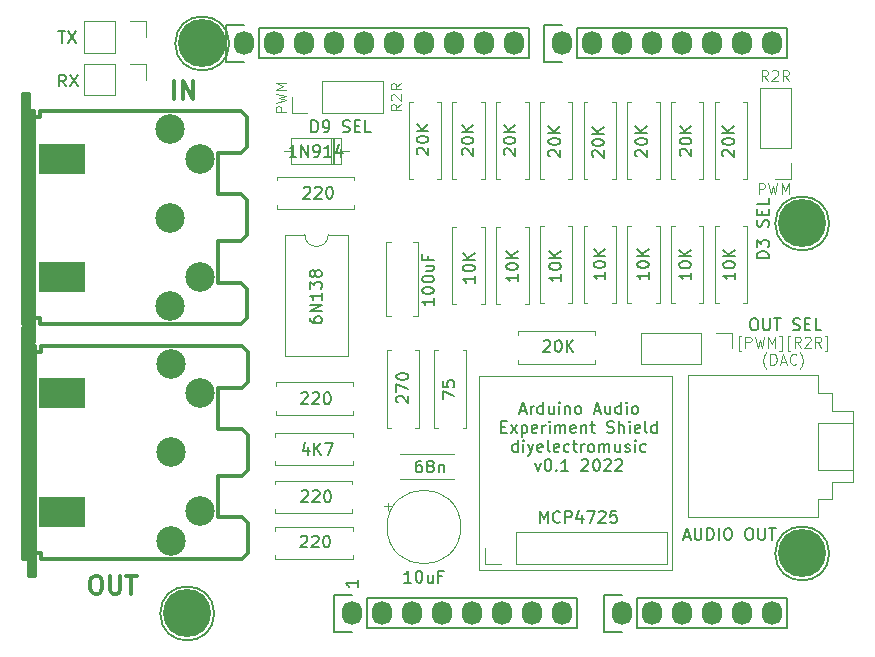
<source format=gbr>
%TF.GenerationSoftware,KiCad,Pcbnew,(6.0.5)*%
%TF.CreationDate,2022-11-11T14:55:19+00:00*%
%TF.ProjectId,ArduinoAudioExperimentShield,41726475-696e-46f4-9175-64696f457870,rev?*%
%TF.SameCoordinates,Original*%
%TF.FileFunction,Legend,Top*%
%TF.FilePolarity,Positive*%
%FSLAX46Y46*%
G04 Gerber Fmt 4.6, Leading zero omitted, Abs format (unit mm)*
G04 Created by KiCad (PCBNEW (6.0.5)) date 2022-11-11 14:55:19*
%MOMM*%
%LPD*%
G01*
G04 APERTURE LIST*
%ADD10C,0.100000*%
%ADD11C,0.150000*%
%ADD12C,0.304800*%
%ADD13C,0.120000*%
%ADD14O,1.727200X2.032000*%
%ADD15C,4.064000*%
%ADD16R,4.000000X2.500000*%
%ADD17C,2.499360*%
G04 APERTURE END LIST*
D10*
X149638000Y-120120000D02*
X166028000Y-120120000D01*
X166028000Y-120120000D02*
X166028000Y-103730000D01*
X166028000Y-103730000D02*
X149638000Y-103730000D01*
X149638000Y-103730000D02*
X149638000Y-120120000D01*
X143105142Y-80705000D02*
X142676571Y-81005000D01*
X143105142Y-81219285D02*
X142205142Y-81219285D01*
X142205142Y-80876428D01*
X142248000Y-80790714D01*
X142290857Y-80747857D01*
X142376571Y-80705000D01*
X142505142Y-80705000D01*
X142590857Y-80747857D01*
X142633714Y-80790714D01*
X142676571Y-80876428D01*
X142676571Y-81219285D01*
X142290857Y-80362142D02*
X142248000Y-80319285D01*
X142205142Y-80233571D01*
X142205142Y-80019285D01*
X142248000Y-79933571D01*
X142290857Y-79890714D01*
X142376571Y-79847857D01*
X142462285Y-79847857D01*
X142590857Y-79890714D01*
X143105142Y-80405000D01*
X143105142Y-79847857D01*
X143105142Y-78947857D02*
X142676571Y-79247857D01*
X143105142Y-79462142D02*
X142205142Y-79462142D01*
X142205142Y-79119285D01*
X142248000Y-79033571D01*
X142290857Y-78990714D01*
X142376571Y-78947857D01*
X142505142Y-78947857D01*
X142590857Y-78990714D01*
X142633714Y-79033571D01*
X142676571Y-79119285D01*
X142676571Y-79462142D01*
X133365142Y-81399285D02*
X132465142Y-81399285D01*
X132465142Y-81056428D01*
X132508000Y-80970714D01*
X132550857Y-80927857D01*
X132636571Y-80885000D01*
X132765142Y-80885000D01*
X132850857Y-80927857D01*
X132893714Y-80970714D01*
X132936571Y-81056428D01*
X132936571Y-81399285D01*
X132465142Y-80585000D02*
X133365142Y-80370714D01*
X132722285Y-80199285D01*
X133365142Y-80027857D01*
X132465142Y-79813571D01*
X133365142Y-79470714D02*
X132465142Y-79470714D01*
X133108000Y-79170714D01*
X132465142Y-78870714D01*
X133365142Y-78870714D01*
X173363714Y-88312142D02*
X173363714Y-87412142D01*
X173706571Y-87412142D01*
X173792285Y-87455000D01*
X173835142Y-87497857D01*
X173878000Y-87583571D01*
X173878000Y-87712142D01*
X173835142Y-87797857D01*
X173792285Y-87840714D01*
X173706571Y-87883571D01*
X173363714Y-87883571D01*
X174178000Y-87412142D02*
X174392285Y-88312142D01*
X174563714Y-87669285D01*
X174735142Y-88312142D01*
X174949428Y-87412142D01*
X175292285Y-88312142D02*
X175292285Y-87412142D01*
X175592285Y-88055000D01*
X175892285Y-87412142D01*
X175892285Y-88312142D01*
X171892285Y-101607642D02*
X171678000Y-101607642D01*
X171678000Y-100321928D01*
X171892285Y-100321928D01*
X172235142Y-101307642D02*
X172235142Y-100407642D01*
X172578000Y-100407642D01*
X172663714Y-100450500D01*
X172706571Y-100493357D01*
X172749428Y-100579071D01*
X172749428Y-100707642D01*
X172706571Y-100793357D01*
X172663714Y-100836214D01*
X172578000Y-100879071D01*
X172235142Y-100879071D01*
X173049428Y-100407642D02*
X173263714Y-101307642D01*
X173435142Y-100664785D01*
X173606571Y-101307642D01*
X173820857Y-100407642D01*
X174163714Y-101307642D02*
X174163714Y-100407642D01*
X174463714Y-101050500D01*
X174763714Y-100407642D01*
X174763714Y-101307642D01*
X175106571Y-101607642D02*
X175320857Y-101607642D01*
X175320857Y-100321928D01*
X175106571Y-100321928D01*
X176049428Y-101607642D02*
X175835142Y-101607642D01*
X175835142Y-100321928D01*
X176049428Y-100321928D01*
X176906571Y-101307642D02*
X176606571Y-100879071D01*
X176392285Y-101307642D02*
X176392285Y-100407642D01*
X176735142Y-100407642D01*
X176820857Y-100450500D01*
X176863714Y-100493357D01*
X176906571Y-100579071D01*
X176906571Y-100707642D01*
X176863714Y-100793357D01*
X176820857Y-100836214D01*
X176735142Y-100879071D01*
X176392285Y-100879071D01*
X177249428Y-100493357D02*
X177292285Y-100450500D01*
X177378000Y-100407642D01*
X177592285Y-100407642D01*
X177678000Y-100450500D01*
X177720857Y-100493357D01*
X177763714Y-100579071D01*
X177763714Y-100664785D01*
X177720857Y-100793357D01*
X177206571Y-101307642D01*
X177763714Y-101307642D01*
X178663714Y-101307642D02*
X178363714Y-100879071D01*
X178149428Y-101307642D02*
X178149428Y-100407642D01*
X178492285Y-100407642D01*
X178578000Y-100450500D01*
X178620857Y-100493357D01*
X178663714Y-100579071D01*
X178663714Y-100707642D01*
X178620857Y-100793357D01*
X178578000Y-100836214D01*
X178492285Y-100879071D01*
X178149428Y-100879071D01*
X178963714Y-101607642D02*
X179178000Y-101607642D01*
X179178000Y-100321928D01*
X178963714Y-100321928D01*
X174013714Y-103099500D02*
X173970857Y-103056642D01*
X173885142Y-102928071D01*
X173842285Y-102842357D01*
X173799428Y-102713785D01*
X173756571Y-102499500D01*
X173756571Y-102328071D01*
X173799428Y-102113785D01*
X173842285Y-101985214D01*
X173885142Y-101899500D01*
X173970857Y-101770928D01*
X174013714Y-101728071D01*
X174356571Y-102756642D02*
X174356571Y-101856642D01*
X174570857Y-101856642D01*
X174699428Y-101899500D01*
X174785142Y-101985214D01*
X174828000Y-102070928D01*
X174870857Y-102242357D01*
X174870857Y-102370928D01*
X174828000Y-102542357D01*
X174785142Y-102628071D01*
X174699428Y-102713785D01*
X174570857Y-102756642D01*
X174356571Y-102756642D01*
X175213714Y-102499500D02*
X175642285Y-102499500D01*
X175128000Y-102756642D02*
X175428000Y-101856642D01*
X175728000Y-102756642D01*
X176542285Y-102670928D02*
X176499428Y-102713785D01*
X176370857Y-102756642D01*
X176285142Y-102756642D01*
X176156571Y-102713785D01*
X176070857Y-102628071D01*
X176028000Y-102542357D01*
X175985142Y-102370928D01*
X175985142Y-102242357D01*
X176028000Y-102070928D01*
X176070857Y-101985214D01*
X176156571Y-101899500D01*
X176285142Y-101856642D01*
X176370857Y-101856642D01*
X176499428Y-101899500D01*
X176542285Y-101942357D01*
X176842285Y-103099500D02*
X176885142Y-103056642D01*
X176970857Y-102928071D01*
X177013714Y-102842357D01*
X177056571Y-102713785D01*
X177099428Y-102499500D01*
X177099428Y-102328071D01*
X177056571Y-102113785D01*
X177013714Y-101985214D01*
X176970857Y-101899500D01*
X176885142Y-101770928D01*
X176842285Y-101728071D01*
D11*
X153138000Y-106646666D02*
X153614190Y-106646666D01*
X153042761Y-106932380D02*
X153376095Y-105932380D01*
X153709428Y-106932380D01*
X154042761Y-106932380D02*
X154042761Y-106265714D01*
X154042761Y-106456190D02*
X154090380Y-106360952D01*
X154138000Y-106313333D01*
X154233238Y-106265714D01*
X154328476Y-106265714D01*
X155090380Y-106932380D02*
X155090380Y-105932380D01*
X155090380Y-106884761D02*
X154995142Y-106932380D01*
X154804666Y-106932380D01*
X154709428Y-106884761D01*
X154661809Y-106837142D01*
X154614190Y-106741904D01*
X154614190Y-106456190D01*
X154661809Y-106360952D01*
X154709428Y-106313333D01*
X154804666Y-106265714D01*
X154995142Y-106265714D01*
X155090380Y-106313333D01*
X155995142Y-106265714D02*
X155995142Y-106932380D01*
X155566571Y-106265714D02*
X155566571Y-106789523D01*
X155614190Y-106884761D01*
X155709428Y-106932380D01*
X155852285Y-106932380D01*
X155947523Y-106884761D01*
X155995142Y-106837142D01*
X156471333Y-106932380D02*
X156471333Y-106265714D01*
X156471333Y-105932380D02*
X156423714Y-105980000D01*
X156471333Y-106027619D01*
X156518952Y-105980000D01*
X156471333Y-105932380D01*
X156471333Y-106027619D01*
X156947523Y-106265714D02*
X156947523Y-106932380D01*
X156947523Y-106360952D02*
X156995142Y-106313333D01*
X157090380Y-106265714D01*
X157233238Y-106265714D01*
X157328476Y-106313333D01*
X157376095Y-106408571D01*
X157376095Y-106932380D01*
X157995142Y-106932380D02*
X157899904Y-106884761D01*
X157852285Y-106837142D01*
X157804666Y-106741904D01*
X157804666Y-106456190D01*
X157852285Y-106360952D01*
X157899904Y-106313333D01*
X157995142Y-106265714D01*
X158138000Y-106265714D01*
X158233238Y-106313333D01*
X158280857Y-106360952D01*
X158328476Y-106456190D01*
X158328476Y-106741904D01*
X158280857Y-106837142D01*
X158233238Y-106884761D01*
X158138000Y-106932380D01*
X157995142Y-106932380D01*
X159471333Y-106646666D02*
X159947523Y-106646666D01*
X159376095Y-106932380D02*
X159709428Y-105932380D01*
X160042761Y-106932380D01*
X160804666Y-106265714D02*
X160804666Y-106932380D01*
X160376095Y-106265714D02*
X160376095Y-106789523D01*
X160423714Y-106884761D01*
X160518952Y-106932380D01*
X160661809Y-106932380D01*
X160757047Y-106884761D01*
X160804666Y-106837142D01*
X161709428Y-106932380D02*
X161709428Y-105932380D01*
X161709428Y-106884761D02*
X161614190Y-106932380D01*
X161423714Y-106932380D01*
X161328476Y-106884761D01*
X161280857Y-106837142D01*
X161233238Y-106741904D01*
X161233238Y-106456190D01*
X161280857Y-106360952D01*
X161328476Y-106313333D01*
X161423714Y-106265714D01*
X161614190Y-106265714D01*
X161709428Y-106313333D01*
X162185619Y-106932380D02*
X162185619Y-106265714D01*
X162185619Y-105932380D02*
X162138000Y-105980000D01*
X162185619Y-106027619D01*
X162233238Y-105980000D01*
X162185619Y-105932380D01*
X162185619Y-106027619D01*
X162804666Y-106932380D02*
X162709428Y-106884761D01*
X162661809Y-106837142D01*
X162614190Y-106741904D01*
X162614190Y-106456190D01*
X162661809Y-106360952D01*
X162709428Y-106313333D01*
X162804666Y-106265714D01*
X162947523Y-106265714D01*
X163042761Y-106313333D01*
X163090380Y-106360952D01*
X163138000Y-106456190D01*
X163138000Y-106741904D01*
X163090380Y-106837142D01*
X163042761Y-106884761D01*
X162947523Y-106932380D01*
X162804666Y-106932380D01*
X151566571Y-108018571D02*
X151899904Y-108018571D01*
X152042761Y-108542380D02*
X151566571Y-108542380D01*
X151566571Y-107542380D01*
X152042761Y-107542380D01*
X152376095Y-108542380D02*
X152899904Y-107875714D01*
X152376095Y-107875714D02*
X152899904Y-108542380D01*
X153280857Y-107875714D02*
X153280857Y-108875714D01*
X153280857Y-107923333D02*
X153376095Y-107875714D01*
X153566571Y-107875714D01*
X153661809Y-107923333D01*
X153709428Y-107970952D01*
X153757047Y-108066190D01*
X153757047Y-108351904D01*
X153709428Y-108447142D01*
X153661809Y-108494761D01*
X153566571Y-108542380D01*
X153376095Y-108542380D01*
X153280857Y-108494761D01*
X154566571Y-108494761D02*
X154471333Y-108542380D01*
X154280857Y-108542380D01*
X154185619Y-108494761D01*
X154138000Y-108399523D01*
X154138000Y-108018571D01*
X154185619Y-107923333D01*
X154280857Y-107875714D01*
X154471333Y-107875714D01*
X154566571Y-107923333D01*
X154614190Y-108018571D01*
X154614190Y-108113809D01*
X154138000Y-108209047D01*
X155042761Y-108542380D02*
X155042761Y-107875714D01*
X155042761Y-108066190D02*
X155090380Y-107970952D01*
X155138000Y-107923333D01*
X155233238Y-107875714D01*
X155328476Y-107875714D01*
X155661809Y-108542380D02*
X155661809Y-107875714D01*
X155661809Y-107542380D02*
X155614190Y-107590000D01*
X155661809Y-107637619D01*
X155709428Y-107590000D01*
X155661809Y-107542380D01*
X155661809Y-107637619D01*
X156138000Y-108542380D02*
X156138000Y-107875714D01*
X156138000Y-107970952D02*
X156185619Y-107923333D01*
X156280857Y-107875714D01*
X156423714Y-107875714D01*
X156518952Y-107923333D01*
X156566571Y-108018571D01*
X156566571Y-108542380D01*
X156566571Y-108018571D02*
X156614190Y-107923333D01*
X156709428Y-107875714D01*
X156852285Y-107875714D01*
X156947523Y-107923333D01*
X156995142Y-108018571D01*
X156995142Y-108542380D01*
X157852285Y-108494761D02*
X157757047Y-108542380D01*
X157566571Y-108542380D01*
X157471333Y-108494761D01*
X157423714Y-108399523D01*
X157423714Y-108018571D01*
X157471333Y-107923333D01*
X157566571Y-107875714D01*
X157757047Y-107875714D01*
X157852285Y-107923333D01*
X157899904Y-108018571D01*
X157899904Y-108113809D01*
X157423714Y-108209047D01*
X158328476Y-107875714D02*
X158328476Y-108542380D01*
X158328476Y-107970952D02*
X158376095Y-107923333D01*
X158471333Y-107875714D01*
X158614190Y-107875714D01*
X158709428Y-107923333D01*
X158757047Y-108018571D01*
X158757047Y-108542380D01*
X159090380Y-107875714D02*
X159471333Y-107875714D01*
X159233238Y-107542380D02*
X159233238Y-108399523D01*
X159280857Y-108494761D01*
X159376095Y-108542380D01*
X159471333Y-108542380D01*
X160518952Y-108494761D02*
X160661809Y-108542380D01*
X160899904Y-108542380D01*
X160995142Y-108494761D01*
X161042761Y-108447142D01*
X161090380Y-108351904D01*
X161090380Y-108256666D01*
X161042761Y-108161428D01*
X160995142Y-108113809D01*
X160899904Y-108066190D01*
X160709428Y-108018571D01*
X160614190Y-107970952D01*
X160566571Y-107923333D01*
X160518952Y-107828095D01*
X160518952Y-107732857D01*
X160566571Y-107637619D01*
X160614190Y-107590000D01*
X160709428Y-107542380D01*
X160947523Y-107542380D01*
X161090380Y-107590000D01*
X161518952Y-108542380D02*
X161518952Y-107542380D01*
X161947523Y-108542380D02*
X161947523Y-108018571D01*
X161899904Y-107923333D01*
X161804666Y-107875714D01*
X161661809Y-107875714D01*
X161566571Y-107923333D01*
X161518952Y-107970952D01*
X162423714Y-108542380D02*
X162423714Y-107875714D01*
X162423714Y-107542380D02*
X162376095Y-107590000D01*
X162423714Y-107637619D01*
X162471333Y-107590000D01*
X162423714Y-107542380D01*
X162423714Y-107637619D01*
X163280857Y-108494761D02*
X163185619Y-108542380D01*
X162995142Y-108542380D01*
X162899904Y-108494761D01*
X162852285Y-108399523D01*
X162852285Y-108018571D01*
X162899904Y-107923333D01*
X162995142Y-107875714D01*
X163185619Y-107875714D01*
X163280857Y-107923333D01*
X163328476Y-108018571D01*
X163328476Y-108113809D01*
X162852285Y-108209047D01*
X163899904Y-108542380D02*
X163804666Y-108494761D01*
X163757047Y-108399523D01*
X163757047Y-107542380D01*
X164709428Y-108542380D02*
X164709428Y-107542380D01*
X164709428Y-108494761D02*
X164614190Y-108542380D01*
X164423714Y-108542380D01*
X164328476Y-108494761D01*
X164280857Y-108447142D01*
X164233238Y-108351904D01*
X164233238Y-108066190D01*
X164280857Y-107970952D01*
X164328476Y-107923333D01*
X164423714Y-107875714D01*
X164614190Y-107875714D01*
X164709428Y-107923333D01*
X152947523Y-110152380D02*
X152947523Y-109152380D01*
X152947523Y-110104761D02*
X152852285Y-110152380D01*
X152661809Y-110152380D01*
X152566571Y-110104761D01*
X152518952Y-110057142D01*
X152471333Y-109961904D01*
X152471333Y-109676190D01*
X152518952Y-109580952D01*
X152566571Y-109533333D01*
X152661809Y-109485714D01*
X152852285Y-109485714D01*
X152947523Y-109533333D01*
X153423714Y-110152380D02*
X153423714Y-109485714D01*
X153423714Y-109152380D02*
X153376095Y-109200000D01*
X153423714Y-109247619D01*
X153471333Y-109200000D01*
X153423714Y-109152380D01*
X153423714Y-109247619D01*
X153804666Y-109485714D02*
X154042761Y-110152380D01*
X154280857Y-109485714D02*
X154042761Y-110152380D01*
X153947523Y-110390476D01*
X153899904Y-110438095D01*
X153804666Y-110485714D01*
X155042761Y-110104761D02*
X154947523Y-110152380D01*
X154757047Y-110152380D01*
X154661809Y-110104761D01*
X154614190Y-110009523D01*
X154614190Y-109628571D01*
X154661809Y-109533333D01*
X154757047Y-109485714D01*
X154947523Y-109485714D01*
X155042761Y-109533333D01*
X155090380Y-109628571D01*
X155090380Y-109723809D01*
X154614190Y-109819047D01*
X155661809Y-110152380D02*
X155566571Y-110104761D01*
X155518952Y-110009523D01*
X155518952Y-109152380D01*
X156423714Y-110104761D02*
X156328476Y-110152380D01*
X156138000Y-110152380D01*
X156042761Y-110104761D01*
X155995142Y-110009523D01*
X155995142Y-109628571D01*
X156042761Y-109533333D01*
X156138000Y-109485714D01*
X156328476Y-109485714D01*
X156423714Y-109533333D01*
X156471333Y-109628571D01*
X156471333Y-109723809D01*
X155995142Y-109819047D01*
X157328476Y-110104761D02*
X157233238Y-110152380D01*
X157042761Y-110152380D01*
X156947523Y-110104761D01*
X156899904Y-110057142D01*
X156852285Y-109961904D01*
X156852285Y-109676190D01*
X156899904Y-109580952D01*
X156947523Y-109533333D01*
X157042761Y-109485714D01*
X157233238Y-109485714D01*
X157328476Y-109533333D01*
X157614190Y-109485714D02*
X157995142Y-109485714D01*
X157757047Y-109152380D02*
X157757047Y-110009523D01*
X157804666Y-110104761D01*
X157899904Y-110152380D01*
X157995142Y-110152380D01*
X158328476Y-110152380D02*
X158328476Y-109485714D01*
X158328476Y-109676190D02*
X158376095Y-109580952D01*
X158423714Y-109533333D01*
X158518952Y-109485714D01*
X158614190Y-109485714D01*
X159090380Y-110152380D02*
X158995142Y-110104761D01*
X158947523Y-110057142D01*
X158899904Y-109961904D01*
X158899904Y-109676190D01*
X158947523Y-109580952D01*
X158995142Y-109533333D01*
X159090380Y-109485714D01*
X159233238Y-109485714D01*
X159328476Y-109533333D01*
X159376095Y-109580952D01*
X159423714Y-109676190D01*
X159423714Y-109961904D01*
X159376095Y-110057142D01*
X159328476Y-110104761D01*
X159233238Y-110152380D01*
X159090380Y-110152380D01*
X159852285Y-110152380D02*
X159852285Y-109485714D01*
X159852285Y-109580952D02*
X159899904Y-109533333D01*
X159995142Y-109485714D01*
X160138000Y-109485714D01*
X160233238Y-109533333D01*
X160280857Y-109628571D01*
X160280857Y-110152380D01*
X160280857Y-109628571D02*
X160328476Y-109533333D01*
X160423714Y-109485714D01*
X160566571Y-109485714D01*
X160661809Y-109533333D01*
X160709428Y-109628571D01*
X160709428Y-110152380D01*
X161614190Y-109485714D02*
X161614190Y-110152380D01*
X161185619Y-109485714D02*
X161185619Y-110009523D01*
X161233238Y-110104761D01*
X161328476Y-110152380D01*
X161471333Y-110152380D01*
X161566571Y-110104761D01*
X161614190Y-110057142D01*
X162042761Y-110104761D02*
X162138000Y-110152380D01*
X162328476Y-110152380D01*
X162423714Y-110104761D01*
X162471333Y-110009523D01*
X162471333Y-109961904D01*
X162423714Y-109866666D01*
X162328476Y-109819047D01*
X162185619Y-109819047D01*
X162090380Y-109771428D01*
X162042761Y-109676190D01*
X162042761Y-109628571D01*
X162090380Y-109533333D01*
X162185619Y-109485714D01*
X162328476Y-109485714D01*
X162423714Y-109533333D01*
X162899904Y-110152380D02*
X162899904Y-109485714D01*
X162899904Y-109152380D02*
X162852285Y-109200000D01*
X162899904Y-109247619D01*
X162947523Y-109200000D01*
X162899904Y-109152380D01*
X162899904Y-109247619D01*
X163804666Y-110104761D02*
X163709428Y-110152380D01*
X163518952Y-110152380D01*
X163423714Y-110104761D01*
X163376095Y-110057142D01*
X163328476Y-109961904D01*
X163328476Y-109676190D01*
X163376095Y-109580952D01*
X163423714Y-109533333D01*
X163518952Y-109485714D01*
X163709428Y-109485714D01*
X163804666Y-109533333D01*
X154423714Y-111095714D02*
X154661809Y-111762380D01*
X154899904Y-111095714D01*
X155471333Y-110762380D02*
X155566571Y-110762380D01*
X155661809Y-110810000D01*
X155709428Y-110857619D01*
X155757047Y-110952857D01*
X155804666Y-111143333D01*
X155804666Y-111381428D01*
X155757047Y-111571904D01*
X155709428Y-111667142D01*
X155661809Y-111714761D01*
X155566571Y-111762380D01*
X155471333Y-111762380D01*
X155376095Y-111714761D01*
X155328476Y-111667142D01*
X155280857Y-111571904D01*
X155233238Y-111381428D01*
X155233238Y-111143333D01*
X155280857Y-110952857D01*
X155328476Y-110857619D01*
X155376095Y-110810000D01*
X155471333Y-110762380D01*
X156233238Y-111667142D02*
X156280857Y-111714761D01*
X156233238Y-111762380D01*
X156185619Y-111714761D01*
X156233238Y-111667142D01*
X156233238Y-111762380D01*
X157233238Y-111762380D02*
X156661809Y-111762380D01*
X156947523Y-111762380D02*
X156947523Y-110762380D01*
X156852285Y-110905238D01*
X156757047Y-111000476D01*
X156661809Y-111048095D01*
X158376095Y-110857619D02*
X158423714Y-110810000D01*
X158518952Y-110762380D01*
X158757047Y-110762380D01*
X158852285Y-110810000D01*
X158899904Y-110857619D01*
X158947523Y-110952857D01*
X158947523Y-111048095D01*
X158899904Y-111190952D01*
X158328476Y-111762380D01*
X158947523Y-111762380D01*
X159566571Y-110762380D02*
X159661809Y-110762380D01*
X159757047Y-110810000D01*
X159804666Y-110857619D01*
X159852285Y-110952857D01*
X159899904Y-111143333D01*
X159899904Y-111381428D01*
X159852285Y-111571904D01*
X159804666Y-111667142D01*
X159757047Y-111714761D01*
X159661809Y-111762380D01*
X159566571Y-111762380D01*
X159471333Y-111714761D01*
X159423714Y-111667142D01*
X159376095Y-111571904D01*
X159328476Y-111381428D01*
X159328476Y-111143333D01*
X159376095Y-110952857D01*
X159423714Y-110857619D01*
X159471333Y-110810000D01*
X159566571Y-110762380D01*
X160280857Y-110857619D02*
X160328476Y-110810000D01*
X160423714Y-110762380D01*
X160661809Y-110762380D01*
X160757047Y-110810000D01*
X160804666Y-110857619D01*
X160852285Y-110952857D01*
X160852285Y-111048095D01*
X160804666Y-111190952D01*
X160233238Y-111762380D01*
X160852285Y-111762380D01*
X161233238Y-110857619D02*
X161280857Y-110810000D01*
X161376095Y-110762380D01*
X161614190Y-110762380D01*
X161709428Y-110810000D01*
X161757047Y-110857619D01*
X161804666Y-110952857D01*
X161804666Y-111048095D01*
X161757047Y-111190952D01*
X161185619Y-111762380D01*
X161804666Y-111762380D01*
X139390380Y-120999285D02*
X139390380Y-121570714D01*
X139390380Y-121285000D02*
X138390380Y-121285000D01*
X138533238Y-121380238D01*
X138628476Y-121475476D01*
X138676095Y-121570714D01*
D10*
X174138000Y-78742142D02*
X173838000Y-78313571D01*
X173623714Y-78742142D02*
X173623714Y-77842142D01*
X173966571Y-77842142D01*
X174052285Y-77885000D01*
X174095142Y-77927857D01*
X174138000Y-78013571D01*
X174138000Y-78142142D01*
X174095142Y-78227857D01*
X174052285Y-78270714D01*
X173966571Y-78313571D01*
X173623714Y-78313571D01*
X174480857Y-77927857D02*
X174523714Y-77885000D01*
X174609428Y-77842142D01*
X174823714Y-77842142D01*
X174909428Y-77885000D01*
X174952285Y-77927857D01*
X174995142Y-78013571D01*
X174995142Y-78099285D01*
X174952285Y-78227857D01*
X174438000Y-78742142D01*
X174995142Y-78742142D01*
X175895142Y-78742142D02*
X175595142Y-78313571D01*
X175380857Y-78742142D02*
X175380857Y-77842142D01*
X175723714Y-77842142D01*
X175809428Y-77885000D01*
X175852285Y-77927857D01*
X175895142Y-78013571D01*
X175895142Y-78142142D01*
X175852285Y-78227857D01*
X175809428Y-78270714D01*
X175723714Y-78313571D01*
X175380857Y-78313571D01*
D11*
%TO.C,R8*%
X155655619Y-85116904D02*
X155608000Y-85069285D01*
X155560380Y-84974047D01*
X155560380Y-84735952D01*
X155608000Y-84640714D01*
X155655619Y-84593095D01*
X155750857Y-84545476D01*
X155846095Y-84545476D01*
X155988952Y-84593095D01*
X156560380Y-85164523D01*
X156560380Y-84545476D01*
X155560380Y-83926428D02*
X155560380Y-83831190D01*
X155608000Y-83735952D01*
X155655619Y-83688333D01*
X155750857Y-83640714D01*
X155941333Y-83593095D01*
X156179428Y-83593095D01*
X156369904Y-83640714D01*
X156465142Y-83688333D01*
X156512761Y-83735952D01*
X156560380Y-83831190D01*
X156560380Y-83926428D01*
X156512761Y-84021666D01*
X156465142Y-84069285D01*
X156369904Y-84116904D01*
X156179428Y-84164523D01*
X155941333Y-84164523D01*
X155750857Y-84116904D01*
X155655619Y-84069285D01*
X155608000Y-84021666D01*
X155560380Y-83926428D01*
X156560380Y-83164523D02*
X155560380Y-83164523D01*
X156560380Y-82593095D02*
X155988952Y-83021666D01*
X155560380Y-82593095D02*
X156131809Y-83164523D01*
%TO.C,R9*%
X151855619Y-85006904D02*
X151808000Y-84959285D01*
X151760380Y-84864047D01*
X151760380Y-84625952D01*
X151808000Y-84530714D01*
X151855619Y-84483095D01*
X151950857Y-84435476D01*
X152046095Y-84435476D01*
X152188952Y-84483095D01*
X152760380Y-85054523D01*
X152760380Y-84435476D01*
X151760380Y-83816428D02*
X151760380Y-83721190D01*
X151808000Y-83625952D01*
X151855619Y-83578333D01*
X151950857Y-83530714D01*
X152141333Y-83483095D01*
X152379428Y-83483095D01*
X152569904Y-83530714D01*
X152665142Y-83578333D01*
X152712761Y-83625952D01*
X152760380Y-83721190D01*
X152760380Y-83816428D01*
X152712761Y-83911666D01*
X152665142Y-83959285D01*
X152569904Y-84006904D01*
X152379428Y-84054523D01*
X152141333Y-84054523D01*
X151950857Y-84006904D01*
X151855619Y-83959285D01*
X151808000Y-83911666D01*
X151760380Y-83816428D01*
X152760380Y-83054523D02*
X151760380Y-83054523D01*
X152760380Y-82483095D02*
X152188952Y-82911666D01*
X151760380Y-82483095D02*
X152331809Y-83054523D01*
%TO.C,J6*%
X172883714Y-98847380D02*
X173074190Y-98847380D01*
X173169428Y-98895000D01*
X173264666Y-98990238D01*
X173312285Y-99180714D01*
X173312285Y-99514047D01*
X173264666Y-99704523D01*
X173169428Y-99799761D01*
X173074190Y-99847380D01*
X172883714Y-99847380D01*
X172788476Y-99799761D01*
X172693238Y-99704523D01*
X172645619Y-99514047D01*
X172645619Y-99180714D01*
X172693238Y-98990238D01*
X172788476Y-98895000D01*
X172883714Y-98847380D01*
X173740857Y-98847380D02*
X173740857Y-99656904D01*
X173788476Y-99752142D01*
X173836095Y-99799761D01*
X173931333Y-99847380D01*
X174121809Y-99847380D01*
X174217047Y-99799761D01*
X174264666Y-99752142D01*
X174312285Y-99656904D01*
X174312285Y-98847380D01*
X174645619Y-98847380D02*
X175217047Y-98847380D01*
X174931333Y-99847380D02*
X174931333Y-98847380D01*
X176264666Y-99799761D02*
X176407523Y-99847380D01*
X176645619Y-99847380D01*
X176740857Y-99799761D01*
X176788476Y-99752142D01*
X176836095Y-99656904D01*
X176836095Y-99561666D01*
X176788476Y-99466428D01*
X176740857Y-99418809D01*
X176645619Y-99371190D01*
X176455142Y-99323571D01*
X176359904Y-99275952D01*
X176312285Y-99228333D01*
X176264666Y-99133095D01*
X176264666Y-99037857D01*
X176312285Y-98942619D01*
X176359904Y-98895000D01*
X176455142Y-98847380D01*
X176693238Y-98847380D01*
X176836095Y-98895000D01*
X177264666Y-99323571D02*
X177598000Y-99323571D01*
X177740857Y-99847380D02*
X177264666Y-99847380D01*
X177264666Y-98847380D01*
X177740857Y-98847380D01*
X178645619Y-99847380D02*
X178169428Y-99847380D01*
X178169428Y-98847380D01*
%TO.C,C3*%
X143938946Y-121207380D02*
X143367517Y-121207380D01*
X143653232Y-121207380D02*
X143653232Y-120207380D01*
X143557994Y-120350238D01*
X143462755Y-120445476D01*
X143367517Y-120493095D01*
X144557994Y-120207380D02*
X144653232Y-120207380D01*
X144748470Y-120255000D01*
X144796089Y-120302619D01*
X144843708Y-120397857D01*
X144891327Y-120588333D01*
X144891327Y-120826428D01*
X144843708Y-121016904D01*
X144796089Y-121112142D01*
X144748470Y-121159761D01*
X144653232Y-121207380D01*
X144557994Y-121207380D01*
X144462755Y-121159761D01*
X144415136Y-121112142D01*
X144367517Y-121016904D01*
X144319898Y-120826428D01*
X144319898Y-120588333D01*
X144367517Y-120397857D01*
X144415136Y-120302619D01*
X144462755Y-120255000D01*
X144557994Y-120207380D01*
X145748470Y-120540714D02*
X145748470Y-121207380D01*
X145319898Y-120540714D02*
X145319898Y-121064523D01*
X145367517Y-121159761D01*
X145462755Y-121207380D01*
X145605613Y-121207380D01*
X145700851Y-121159761D01*
X145748470Y-121112142D01*
X146557994Y-120683571D02*
X146224660Y-120683571D01*
X146224660Y-121207380D02*
X146224660Y-120207380D01*
X146700851Y-120207380D01*
%TO.C,U1*%
X135360380Y-98766904D02*
X135360380Y-98957380D01*
X135408000Y-99052619D01*
X135455619Y-99100238D01*
X135598476Y-99195476D01*
X135788952Y-99243095D01*
X136169904Y-99243095D01*
X136265142Y-99195476D01*
X136312761Y-99147857D01*
X136360380Y-99052619D01*
X136360380Y-98862142D01*
X136312761Y-98766904D01*
X136265142Y-98719285D01*
X136169904Y-98671666D01*
X135931809Y-98671666D01*
X135836571Y-98719285D01*
X135788952Y-98766904D01*
X135741333Y-98862142D01*
X135741333Y-99052619D01*
X135788952Y-99147857D01*
X135836571Y-99195476D01*
X135931809Y-99243095D01*
X136360380Y-98243095D02*
X135360380Y-98243095D01*
X136360380Y-97671666D01*
X135360380Y-97671666D01*
X136360380Y-96671666D02*
X136360380Y-97243095D01*
X136360380Y-96957380D02*
X135360380Y-96957380D01*
X135503238Y-97052619D01*
X135598476Y-97147857D01*
X135646095Y-97243095D01*
X135360380Y-96338333D02*
X135360380Y-95719285D01*
X135741333Y-96052619D01*
X135741333Y-95909761D01*
X135788952Y-95814523D01*
X135836571Y-95766904D01*
X135931809Y-95719285D01*
X136169904Y-95719285D01*
X136265142Y-95766904D01*
X136312761Y-95814523D01*
X136360380Y-95909761D01*
X136360380Y-96195476D01*
X136312761Y-96290714D01*
X136265142Y-96338333D01*
X135788952Y-95147857D02*
X135741333Y-95243095D01*
X135693714Y-95290714D01*
X135598476Y-95338333D01*
X135550857Y-95338333D01*
X135455619Y-95290714D01*
X135408000Y-95243095D01*
X135360380Y-95147857D01*
X135360380Y-94957380D01*
X135408000Y-94862142D01*
X135455619Y-94814523D01*
X135550857Y-94766904D01*
X135598476Y-94766904D01*
X135693714Y-94814523D01*
X135741333Y-94862142D01*
X135788952Y-94957380D01*
X135788952Y-95147857D01*
X135836571Y-95243095D01*
X135884190Y-95290714D01*
X135979428Y-95338333D01*
X136169904Y-95338333D01*
X136265142Y-95290714D01*
X136312761Y-95243095D01*
X136360380Y-95147857D01*
X136360380Y-94957380D01*
X136312761Y-94862142D01*
X136265142Y-94814523D01*
X136169904Y-94766904D01*
X135979428Y-94766904D01*
X135884190Y-94814523D01*
X135836571Y-94862142D01*
X135788952Y-94957380D01*
D12*
%TO.C,IN1*%
X123879714Y-80234428D02*
X123879714Y-78710428D01*
X124605428Y-80234428D02*
X124605428Y-78710428D01*
X125476285Y-80234428D01*
X125476285Y-78710428D01*
D11*
%TO.C,R21*%
X134629904Y-105192619D02*
X134677523Y-105145000D01*
X134772761Y-105097380D01*
X135010857Y-105097380D01*
X135106095Y-105145000D01*
X135153714Y-105192619D01*
X135201333Y-105287857D01*
X135201333Y-105383095D01*
X135153714Y-105525952D01*
X134582285Y-106097380D01*
X135201333Y-106097380D01*
X135582285Y-105192619D02*
X135629904Y-105145000D01*
X135725142Y-105097380D01*
X135963238Y-105097380D01*
X136058476Y-105145000D01*
X136106095Y-105192619D01*
X136153714Y-105287857D01*
X136153714Y-105383095D01*
X136106095Y-105525952D01*
X135534666Y-106097380D01*
X136153714Y-106097380D01*
X136772761Y-105097380D02*
X136868000Y-105097380D01*
X136963238Y-105145000D01*
X137010857Y-105192619D01*
X137058476Y-105287857D01*
X137106095Y-105478333D01*
X137106095Y-105716428D01*
X137058476Y-105906904D01*
X137010857Y-106002142D01*
X136963238Y-106049761D01*
X136868000Y-106097380D01*
X136772761Y-106097380D01*
X136677523Y-106049761D01*
X136629904Y-106002142D01*
X136582285Y-105906904D01*
X136534666Y-105716428D01*
X136534666Y-105478333D01*
X136582285Y-105287857D01*
X136629904Y-105192619D01*
X136677523Y-105145000D01*
X136772761Y-105097380D01*
%TO.C,R19*%
X155146095Y-100772619D02*
X155193714Y-100725000D01*
X155288952Y-100677380D01*
X155527047Y-100677380D01*
X155622285Y-100725000D01*
X155669904Y-100772619D01*
X155717523Y-100867857D01*
X155717523Y-100963095D01*
X155669904Y-101105952D01*
X155098476Y-101677380D01*
X155717523Y-101677380D01*
X156336571Y-100677380D02*
X156431809Y-100677380D01*
X156527047Y-100725000D01*
X156574666Y-100772619D01*
X156622285Y-100867857D01*
X156669904Y-101058333D01*
X156669904Y-101296428D01*
X156622285Y-101486904D01*
X156574666Y-101582142D01*
X156527047Y-101629761D01*
X156431809Y-101677380D01*
X156336571Y-101677380D01*
X156241333Y-101629761D01*
X156193714Y-101582142D01*
X156146095Y-101486904D01*
X156098476Y-101296428D01*
X156098476Y-101058333D01*
X156146095Y-100867857D01*
X156193714Y-100772619D01*
X156241333Y-100725000D01*
X156336571Y-100677380D01*
X157098476Y-101677380D02*
X157098476Y-100677380D01*
X157669904Y-101677380D02*
X157241333Y-101105952D01*
X157669904Y-100677380D02*
X157098476Y-101248809D01*
%TO.C,R3*%
X144495619Y-84946904D02*
X144448000Y-84899285D01*
X144400380Y-84804047D01*
X144400380Y-84565952D01*
X144448000Y-84470714D01*
X144495619Y-84423095D01*
X144590857Y-84375476D01*
X144686095Y-84375476D01*
X144828952Y-84423095D01*
X145400380Y-84994523D01*
X145400380Y-84375476D01*
X144400380Y-83756428D02*
X144400380Y-83661190D01*
X144448000Y-83565952D01*
X144495619Y-83518333D01*
X144590857Y-83470714D01*
X144781333Y-83423095D01*
X145019428Y-83423095D01*
X145209904Y-83470714D01*
X145305142Y-83518333D01*
X145352761Y-83565952D01*
X145400380Y-83661190D01*
X145400380Y-83756428D01*
X145352761Y-83851666D01*
X145305142Y-83899285D01*
X145209904Y-83946904D01*
X145019428Y-83994523D01*
X144781333Y-83994523D01*
X144590857Y-83946904D01*
X144495619Y-83899285D01*
X144448000Y-83851666D01*
X144400380Y-83756428D01*
X145400380Y-82994523D02*
X144400380Y-82994523D01*
X145400380Y-82423095D02*
X144828952Y-82851666D01*
X144400380Y-82423095D02*
X144971809Y-82994523D01*
%TO.C,R20*%
X135212285Y-109720714D02*
X135212285Y-110387380D01*
X134974190Y-109339761D02*
X134736095Y-110054047D01*
X135355142Y-110054047D01*
X135736095Y-110387380D02*
X135736095Y-109387380D01*
X136307523Y-110387380D02*
X135878952Y-109815952D01*
X136307523Y-109387380D02*
X135736095Y-109958809D01*
X136640857Y-109387380D02*
X137307523Y-109387380D01*
X136878952Y-110387380D01*
%TO.C,R13*%
X171350380Y-94975476D02*
X171350380Y-95546904D01*
X171350380Y-95261190D02*
X170350380Y-95261190D01*
X170493238Y-95356428D01*
X170588476Y-95451666D01*
X170636095Y-95546904D01*
X170350380Y-94356428D02*
X170350380Y-94261190D01*
X170398000Y-94165952D01*
X170445619Y-94118333D01*
X170540857Y-94070714D01*
X170731333Y-94023095D01*
X170969428Y-94023095D01*
X171159904Y-94070714D01*
X171255142Y-94118333D01*
X171302761Y-94165952D01*
X171350380Y-94261190D01*
X171350380Y-94356428D01*
X171302761Y-94451666D01*
X171255142Y-94499285D01*
X171159904Y-94546904D01*
X170969428Y-94594523D01*
X170731333Y-94594523D01*
X170540857Y-94546904D01*
X170445619Y-94499285D01*
X170398000Y-94451666D01*
X170350380Y-94356428D01*
X171350380Y-93594523D02*
X170350380Y-93594523D01*
X171350380Y-93023095D02*
X170778952Y-93451666D01*
X170350380Y-93023095D02*
X170921809Y-93594523D01*
%TO.C,R12*%
X149300380Y-95245476D02*
X149300380Y-95816904D01*
X149300380Y-95531190D02*
X148300380Y-95531190D01*
X148443238Y-95626428D01*
X148538476Y-95721666D01*
X148586095Y-95816904D01*
X148300380Y-94626428D02*
X148300380Y-94531190D01*
X148348000Y-94435952D01*
X148395619Y-94388333D01*
X148490857Y-94340714D01*
X148681333Y-94293095D01*
X148919428Y-94293095D01*
X149109904Y-94340714D01*
X149205142Y-94388333D01*
X149252761Y-94435952D01*
X149300380Y-94531190D01*
X149300380Y-94626428D01*
X149252761Y-94721666D01*
X149205142Y-94769285D01*
X149109904Y-94816904D01*
X148919428Y-94864523D01*
X148681333Y-94864523D01*
X148490857Y-94816904D01*
X148395619Y-94769285D01*
X148348000Y-94721666D01*
X148300380Y-94626428D01*
X149300380Y-93864523D02*
X148300380Y-93864523D01*
X149300380Y-93293095D02*
X148728952Y-93721666D01*
X148300380Y-93293095D02*
X148871809Y-93864523D01*
%TO.C,R23*%
X146600380Y-105664523D02*
X146600380Y-104997857D01*
X147600380Y-105426428D01*
X146600380Y-104140714D02*
X146600380Y-104616904D01*
X147076571Y-104664523D01*
X147028952Y-104616904D01*
X146981333Y-104521666D01*
X146981333Y-104283571D01*
X147028952Y-104188333D01*
X147076571Y-104140714D01*
X147171809Y-104093095D01*
X147409904Y-104093095D01*
X147505142Y-104140714D01*
X147552761Y-104188333D01*
X147600380Y-104283571D01*
X147600380Y-104521666D01*
X147552761Y-104616904D01*
X147505142Y-104664523D01*
%TO.C,R7*%
X159335619Y-85176904D02*
X159288000Y-85129285D01*
X159240380Y-85034047D01*
X159240380Y-84795952D01*
X159288000Y-84700714D01*
X159335619Y-84653095D01*
X159430857Y-84605476D01*
X159526095Y-84605476D01*
X159668952Y-84653095D01*
X160240380Y-85224523D01*
X160240380Y-84605476D01*
X159240380Y-83986428D02*
X159240380Y-83891190D01*
X159288000Y-83795952D01*
X159335619Y-83748333D01*
X159430857Y-83700714D01*
X159621333Y-83653095D01*
X159859428Y-83653095D01*
X160049904Y-83700714D01*
X160145142Y-83748333D01*
X160192761Y-83795952D01*
X160240380Y-83891190D01*
X160240380Y-83986428D01*
X160192761Y-84081666D01*
X160145142Y-84129285D01*
X160049904Y-84176904D01*
X159859428Y-84224523D01*
X159621333Y-84224523D01*
X159430857Y-84176904D01*
X159335619Y-84129285D01*
X159288000Y-84081666D01*
X159240380Y-83986428D01*
X160240380Y-83224523D02*
X159240380Y-83224523D01*
X160240380Y-82653095D02*
X159668952Y-83081666D01*
X159240380Y-82653095D02*
X159811809Y-83224523D01*
%TO.C,J4*%
X114711333Y-79207380D02*
X114378000Y-78731190D01*
X114139904Y-79207380D02*
X114139904Y-78207380D01*
X114520857Y-78207380D01*
X114616095Y-78255000D01*
X114663714Y-78302619D01*
X114711333Y-78397857D01*
X114711333Y-78540714D01*
X114663714Y-78635952D01*
X114616095Y-78683571D01*
X114520857Y-78731190D01*
X114139904Y-78731190D01*
X115044666Y-78207380D02*
X115711333Y-79207380D01*
X115711333Y-78207380D02*
X115044666Y-79207380D01*
%TO.C,J7*%
X167036666Y-117311666D02*
X167512857Y-117311666D01*
X166941428Y-117597380D02*
X167274761Y-116597380D01*
X167608095Y-117597380D01*
X167941428Y-116597380D02*
X167941428Y-117406904D01*
X167989047Y-117502142D01*
X168036666Y-117549761D01*
X168131904Y-117597380D01*
X168322380Y-117597380D01*
X168417619Y-117549761D01*
X168465238Y-117502142D01*
X168512857Y-117406904D01*
X168512857Y-116597380D01*
X168989047Y-117597380D02*
X168989047Y-116597380D01*
X169227142Y-116597380D01*
X169370000Y-116645000D01*
X169465238Y-116740238D01*
X169512857Y-116835476D01*
X169560476Y-117025952D01*
X169560476Y-117168809D01*
X169512857Y-117359285D01*
X169465238Y-117454523D01*
X169370000Y-117549761D01*
X169227142Y-117597380D01*
X168989047Y-117597380D01*
X169989047Y-117597380D02*
X169989047Y-116597380D01*
X170655714Y-116597380D02*
X170846190Y-116597380D01*
X170941428Y-116645000D01*
X171036666Y-116740238D01*
X171084285Y-116930714D01*
X171084285Y-117264047D01*
X171036666Y-117454523D01*
X170941428Y-117549761D01*
X170846190Y-117597380D01*
X170655714Y-117597380D01*
X170560476Y-117549761D01*
X170465238Y-117454523D01*
X170417619Y-117264047D01*
X170417619Y-116930714D01*
X170465238Y-116740238D01*
X170560476Y-116645000D01*
X170655714Y-116597380D01*
X172465238Y-116597380D02*
X172655714Y-116597380D01*
X172750952Y-116645000D01*
X172846190Y-116740238D01*
X172893809Y-116930714D01*
X172893809Y-117264047D01*
X172846190Y-117454523D01*
X172750952Y-117549761D01*
X172655714Y-117597380D01*
X172465238Y-117597380D01*
X172370000Y-117549761D01*
X172274761Y-117454523D01*
X172227142Y-117264047D01*
X172227142Y-116930714D01*
X172274761Y-116740238D01*
X172370000Y-116645000D01*
X172465238Y-116597380D01*
X173322380Y-116597380D02*
X173322380Y-117406904D01*
X173370000Y-117502142D01*
X173417619Y-117549761D01*
X173512857Y-117597380D01*
X173703333Y-117597380D01*
X173798571Y-117549761D01*
X173846190Y-117502142D01*
X173893809Y-117406904D01*
X173893809Y-116597380D01*
X174227142Y-116597380D02*
X174798571Y-116597380D01*
X174512857Y-117597380D02*
X174512857Y-116597380D01*
%TO.C,R16*%
X160380380Y-94935476D02*
X160380380Y-95506904D01*
X160380380Y-95221190D02*
X159380380Y-95221190D01*
X159523238Y-95316428D01*
X159618476Y-95411666D01*
X159666095Y-95506904D01*
X159380380Y-94316428D02*
X159380380Y-94221190D01*
X159428000Y-94125952D01*
X159475619Y-94078333D01*
X159570857Y-94030714D01*
X159761333Y-93983095D01*
X159999428Y-93983095D01*
X160189904Y-94030714D01*
X160285142Y-94078333D01*
X160332761Y-94125952D01*
X160380380Y-94221190D01*
X160380380Y-94316428D01*
X160332761Y-94411666D01*
X160285142Y-94459285D01*
X160189904Y-94506904D01*
X159999428Y-94554523D01*
X159761333Y-94554523D01*
X159570857Y-94506904D01*
X159475619Y-94459285D01*
X159428000Y-94411666D01*
X159380380Y-94316428D01*
X160380380Y-93554523D02*
X159380380Y-93554523D01*
X160380380Y-92983095D02*
X159808952Y-93411666D01*
X159380380Y-92983095D02*
X159951809Y-93554523D01*
D12*
%TO.C,OUT1*%
X117124000Y-120640428D02*
X117414285Y-120640428D01*
X117559428Y-120713000D01*
X117704571Y-120858142D01*
X117777142Y-121148428D01*
X117777142Y-121656428D01*
X117704571Y-121946714D01*
X117559428Y-122091857D01*
X117414285Y-122164428D01*
X117124000Y-122164428D01*
X116978857Y-122091857D01*
X116833714Y-121946714D01*
X116761142Y-121656428D01*
X116761142Y-121148428D01*
X116833714Y-120858142D01*
X116978857Y-120713000D01*
X117124000Y-120640428D01*
X118430285Y-120640428D02*
X118430285Y-121874142D01*
X118502857Y-122019285D01*
X118575428Y-122091857D01*
X118720571Y-122164428D01*
X119010857Y-122164428D01*
X119156000Y-122091857D01*
X119228571Y-122019285D01*
X119301142Y-121874142D01*
X119301142Y-120640428D01*
X119809142Y-120640428D02*
X120680000Y-120640428D01*
X120244571Y-122164428D02*
X120244571Y-120640428D01*
D11*
%TO.C,J2*%
X174200380Y-93737380D02*
X173200380Y-93737380D01*
X173200380Y-93499285D01*
X173248000Y-93356428D01*
X173343238Y-93261190D01*
X173438476Y-93213571D01*
X173628952Y-93165952D01*
X173771809Y-93165952D01*
X173962285Y-93213571D01*
X174057523Y-93261190D01*
X174152761Y-93356428D01*
X174200380Y-93499285D01*
X174200380Y-93737380D01*
X173200380Y-92832619D02*
X173200380Y-92213571D01*
X173581333Y-92546904D01*
X173581333Y-92404047D01*
X173628952Y-92308809D01*
X173676571Y-92261190D01*
X173771809Y-92213571D01*
X174009904Y-92213571D01*
X174105142Y-92261190D01*
X174152761Y-92308809D01*
X174200380Y-92404047D01*
X174200380Y-92689761D01*
X174152761Y-92785000D01*
X174105142Y-92832619D01*
X174152761Y-91070714D02*
X174200380Y-90927857D01*
X174200380Y-90689761D01*
X174152761Y-90594523D01*
X174105142Y-90546904D01*
X174009904Y-90499285D01*
X173914666Y-90499285D01*
X173819428Y-90546904D01*
X173771809Y-90594523D01*
X173724190Y-90689761D01*
X173676571Y-90880238D01*
X173628952Y-90975476D01*
X173581333Y-91023095D01*
X173486095Y-91070714D01*
X173390857Y-91070714D01*
X173295619Y-91023095D01*
X173248000Y-90975476D01*
X173200380Y-90880238D01*
X173200380Y-90642142D01*
X173248000Y-90499285D01*
X173676571Y-90070714D02*
X173676571Y-89737380D01*
X174200380Y-89594523D02*
X174200380Y-90070714D01*
X173200380Y-90070714D01*
X173200380Y-89594523D01*
X174200380Y-88689761D02*
X174200380Y-89165952D01*
X173200380Y-89165952D01*
%TO.C,R6*%
X163015619Y-85116904D02*
X162968000Y-85069285D01*
X162920380Y-84974047D01*
X162920380Y-84735952D01*
X162968000Y-84640714D01*
X163015619Y-84593095D01*
X163110857Y-84545476D01*
X163206095Y-84545476D01*
X163348952Y-84593095D01*
X163920380Y-85164523D01*
X163920380Y-84545476D01*
X162920380Y-83926428D02*
X162920380Y-83831190D01*
X162968000Y-83735952D01*
X163015619Y-83688333D01*
X163110857Y-83640714D01*
X163301333Y-83593095D01*
X163539428Y-83593095D01*
X163729904Y-83640714D01*
X163825142Y-83688333D01*
X163872761Y-83735952D01*
X163920380Y-83831190D01*
X163920380Y-83926428D01*
X163872761Y-84021666D01*
X163825142Y-84069285D01*
X163729904Y-84116904D01*
X163539428Y-84164523D01*
X163301333Y-84164523D01*
X163110857Y-84116904D01*
X163015619Y-84069285D01*
X162968000Y-84021666D01*
X162920380Y-83926428D01*
X163920380Y-83164523D02*
X162920380Y-83164523D01*
X163920380Y-82593095D02*
X163348952Y-83021666D01*
X162920380Y-82593095D02*
X163491809Y-83164523D01*
%TO.C,R17*%
X156620380Y-95095476D02*
X156620380Y-95666904D01*
X156620380Y-95381190D02*
X155620380Y-95381190D01*
X155763238Y-95476428D01*
X155858476Y-95571666D01*
X155906095Y-95666904D01*
X155620380Y-94476428D02*
X155620380Y-94381190D01*
X155668000Y-94285952D01*
X155715619Y-94238333D01*
X155810857Y-94190714D01*
X156001333Y-94143095D01*
X156239428Y-94143095D01*
X156429904Y-94190714D01*
X156525142Y-94238333D01*
X156572761Y-94285952D01*
X156620380Y-94381190D01*
X156620380Y-94476428D01*
X156572761Y-94571666D01*
X156525142Y-94619285D01*
X156429904Y-94666904D01*
X156239428Y-94714523D01*
X156001333Y-94714523D01*
X155810857Y-94666904D01*
X155715619Y-94619285D01*
X155668000Y-94571666D01*
X155620380Y-94476428D01*
X156620380Y-93714523D02*
X155620380Y-93714523D01*
X156620380Y-93143095D02*
X156048952Y-93571666D01*
X155620380Y-93143095D02*
X156191809Y-93714523D01*
%TO.C,R14*%
X167630380Y-94975476D02*
X167630380Y-95546904D01*
X167630380Y-95261190D02*
X166630380Y-95261190D01*
X166773238Y-95356428D01*
X166868476Y-95451666D01*
X166916095Y-95546904D01*
X166630380Y-94356428D02*
X166630380Y-94261190D01*
X166678000Y-94165952D01*
X166725619Y-94118333D01*
X166820857Y-94070714D01*
X167011333Y-94023095D01*
X167249428Y-94023095D01*
X167439904Y-94070714D01*
X167535142Y-94118333D01*
X167582761Y-94165952D01*
X167630380Y-94261190D01*
X167630380Y-94356428D01*
X167582761Y-94451666D01*
X167535142Y-94499285D01*
X167439904Y-94546904D01*
X167249428Y-94594523D01*
X167011333Y-94594523D01*
X166820857Y-94546904D01*
X166725619Y-94499285D01*
X166678000Y-94451666D01*
X166630380Y-94356428D01*
X167630380Y-93594523D02*
X166630380Y-93594523D01*
X167630380Y-93023095D02*
X167058952Y-93451666D01*
X166630380Y-93023095D02*
X167201809Y-93594523D01*
%TO.C,J3*%
X114066095Y-74547380D02*
X114637523Y-74547380D01*
X114351809Y-75547380D02*
X114351809Y-74547380D01*
X114875619Y-74547380D02*
X115542285Y-75547380D01*
X115542285Y-74547380D02*
X114875619Y-75547380D01*
%TO.C,R5*%
X166755619Y-85056904D02*
X166708000Y-85009285D01*
X166660380Y-84914047D01*
X166660380Y-84675952D01*
X166708000Y-84580714D01*
X166755619Y-84533095D01*
X166850857Y-84485476D01*
X166946095Y-84485476D01*
X167088952Y-84533095D01*
X167660380Y-85104523D01*
X167660380Y-84485476D01*
X166660380Y-83866428D02*
X166660380Y-83771190D01*
X166708000Y-83675952D01*
X166755619Y-83628333D01*
X166850857Y-83580714D01*
X167041333Y-83533095D01*
X167279428Y-83533095D01*
X167469904Y-83580714D01*
X167565142Y-83628333D01*
X167612761Y-83675952D01*
X167660380Y-83771190D01*
X167660380Y-83866428D01*
X167612761Y-83961666D01*
X167565142Y-84009285D01*
X167469904Y-84056904D01*
X167279428Y-84104523D01*
X167041333Y-84104523D01*
X166850857Y-84056904D01*
X166755619Y-84009285D01*
X166708000Y-83961666D01*
X166660380Y-83866428D01*
X167660380Y-83104523D02*
X166660380Y-83104523D01*
X167660380Y-82533095D02*
X167088952Y-82961666D01*
X166660380Y-82533095D02*
X167231809Y-83104523D01*
%TO.C,R18*%
X134819904Y-87792619D02*
X134867523Y-87745000D01*
X134962761Y-87697380D01*
X135200857Y-87697380D01*
X135296095Y-87745000D01*
X135343714Y-87792619D01*
X135391333Y-87887857D01*
X135391333Y-87983095D01*
X135343714Y-88125952D01*
X134772285Y-88697380D01*
X135391333Y-88697380D01*
X135772285Y-87792619D02*
X135819904Y-87745000D01*
X135915142Y-87697380D01*
X136153238Y-87697380D01*
X136248476Y-87745000D01*
X136296095Y-87792619D01*
X136343714Y-87887857D01*
X136343714Y-87983095D01*
X136296095Y-88125952D01*
X135724666Y-88697380D01*
X136343714Y-88697380D01*
X136962761Y-87697380D02*
X137058000Y-87697380D01*
X137153238Y-87745000D01*
X137200857Y-87792619D01*
X137248476Y-87887857D01*
X137296095Y-88078333D01*
X137296095Y-88316428D01*
X137248476Y-88506904D01*
X137200857Y-88602142D01*
X137153238Y-88649761D01*
X137058000Y-88697380D01*
X136962761Y-88697380D01*
X136867523Y-88649761D01*
X136819904Y-88602142D01*
X136772285Y-88506904D01*
X136724666Y-88316428D01*
X136724666Y-88078333D01*
X136772285Y-87887857D01*
X136819904Y-87792619D01*
X136867523Y-87745000D01*
X136962761Y-87697380D01*
%TO.C,J5*%
X154819904Y-116147380D02*
X154819904Y-115147380D01*
X155153238Y-115861666D01*
X155486571Y-115147380D01*
X155486571Y-116147380D01*
X156534190Y-116052142D02*
X156486571Y-116099761D01*
X156343714Y-116147380D01*
X156248476Y-116147380D01*
X156105619Y-116099761D01*
X156010380Y-116004523D01*
X155962761Y-115909285D01*
X155915142Y-115718809D01*
X155915142Y-115575952D01*
X155962761Y-115385476D01*
X156010380Y-115290238D01*
X156105619Y-115195000D01*
X156248476Y-115147380D01*
X156343714Y-115147380D01*
X156486571Y-115195000D01*
X156534190Y-115242619D01*
X156962761Y-116147380D02*
X156962761Y-115147380D01*
X157343714Y-115147380D01*
X157438952Y-115195000D01*
X157486571Y-115242619D01*
X157534190Y-115337857D01*
X157534190Y-115480714D01*
X157486571Y-115575952D01*
X157438952Y-115623571D01*
X157343714Y-115671190D01*
X156962761Y-115671190D01*
X158391333Y-115480714D02*
X158391333Y-116147380D01*
X158153238Y-115099761D02*
X157915142Y-115814047D01*
X158534190Y-115814047D01*
X158819904Y-115147380D02*
X159486571Y-115147380D01*
X159058000Y-116147380D01*
X159819904Y-115242619D02*
X159867523Y-115195000D01*
X159962761Y-115147380D01*
X160200857Y-115147380D01*
X160296095Y-115195000D01*
X160343714Y-115242619D01*
X160391333Y-115337857D01*
X160391333Y-115433095D01*
X160343714Y-115575952D01*
X159772285Y-116147380D01*
X160391333Y-116147380D01*
X161296095Y-115147380D02*
X160819904Y-115147380D01*
X160772285Y-115623571D01*
X160819904Y-115575952D01*
X160915142Y-115528333D01*
X161153238Y-115528333D01*
X161248476Y-115575952D01*
X161296095Y-115623571D01*
X161343714Y-115718809D01*
X161343714Y-115956904D01*
X161296095Y-116052142D01*
X161248476Y-116099761D01*
X161153238Y-116147380D01*
X160915142Y-116147380D01*
X160819904Y-116099761D01*
X160772285Y-116052142D01*
%TO.C,R4*%
X170375619Y-85116904D02*
X170328000Y-85069285D01*
X170280380Y-84974047D01*
X170280380Y-84735952D01*
X170328000Y-84640714D01*
X170375619Y-84593095D01*
X170470857Y-84545476D01*
X170566095Y-84545476D01*
X170708952Y-84593095D01*
X171280380Y-85164523D01*
X171280380Y-84545476D01*
X170280380Y-83926428D02*
X170280380Y-83831190D01*
X170328000Y-83735952D01*
X170375619Y-83688333D01*
X170470857Y-83640714D01*
X170661333Y-83593095D01*
X170899428Y-83593095D01*
X171089904Y-83640714D01*
X171185142Y-83688333D01*
X171232761Y-83735952D01*
X171280380Y-83831190D01*
X171280380Y-83926428D01*
X171232761Y-84021666D01*
X171185142Y-84069285D01*
X171089904Y-84116904D01*
X170899428Y-84164523D01*
X170661333Y-84164523D01*
X170470857Y-84116904D01*
X170375619Y-84069285D01*
X170328000Y-84021666D01*
X170280380Y-83926428D01*
X171280380Y-83164523D02*
X170280380Y-83164523D01*
X171280380Y-82593095D02*
X170708952Y-83021666D01*
X170280380Y-82593095D02*
X170851809Y-83164523D01*
%TO.C,D1*%
X134211333Y-85157380D02*
X133639904Y-85157380D01*
X133925619Y-85157380D02*
X133925619Y-84157380D01*
X133830380Y-84300238D01*
X133735142Y-84395476D01*
X133639904Y-84443095D01*
X134639904Y-85157380D02*
X134639904Y-84157380D01*
X135211333Y-85157380D01*
X135211333Y-84157380D01*
X135735142Y-85157380D02*
X135925619Y-85157380D01*
X136020857Y-85109761D01*
X136068476Y-85062142D01*
X136163714Y-84919285D01*
X136211333Y-84728809D01*
X136211333Y-84347857D01*
X136163714Y-84252619D01*
X136116095Y-84205000D01*
X136020857Y-84157380D01*
X135830380Y-84157380D01*
X135735142Y-84205000D01*
X135687523Y-84252619D01*
X135639904Y-84347857D01*
X135639904Y-84585952D01*
X135687523Y-84681190D01*
X135735142Y-84728809D01*
X135830380Y-84776428D01*
X136020857Y-84776428D01*
X136116095Y-84728809D01*
X136163714Y-84681190D01*
X136211333Y-84585952D01*
X137163714Y-85157380D02*
X136592285Y-85157380D01*
X136878000Y-85157380D02*
X136878000Y-84157380D01*
X136782761Y-84300238D01*
X136687523Y-84395476D01*
X136592285Y-84443095D01*
X138020857Y-84490714D02*
X138020857Y-85157380D01*
X137782761Y-84109761D02*
X137544666Y-84824047D01*
X138163714Y-84824047D01*
%TO.C,R10*%
X134649904Y-113492619D02*
X134697523Y-113445000D01*
X134792761Y-113397380D01*
X135030857Y-113397380D01*
X135126095Y-113445000D01*
X135173714Y-113492619D01*
X135221333Y-113587857D01*
X135221333Y-113683095D01*
X135173714Y-113825952D01*
X134602285Y-114397380D01*
X135221333Y-114397380D01*
X135602285Y-113492619D02*
X135649904Y-113445000D01*
X135745142Y-113397380D01*
X135983238Y-113397380D01*
X136078476Y-113445000D01*
X136126095Y-113492619D01*
X136173714Y-113587857D01*
X136173714Y-113683095D01*
X136126095Y-113825952D01*
X135554666Y-114397380D01*
X136173714Y-114397380D01*
X136792761Y-113397380D02*
X136888000Y-113397380D01*
X136983238Y-113445000D01*
X137030857Y-113492619D01*
X137078476Y-113587857D01*
X137126095Y-113778333D01*
X137126095Y-114016428D01*
X137078476Y-114206904D01*
X137030857Y-114302142D01*
X136983238Y-114349761D01*
X136888000Y-114397380D01*
X136792761Y-114397380D01*
X136697523Y-114349761D01*
X136649904Y-114302142D01*
X136602285Y-114206904D01*
X136554666Y-114016428D01*
X136554666Y-113778333D01*
X136602285Y-113587857D01*
X136649904Y-113492619D01*
X136697523Y-113445000D01*
X136792761Y-113397380D01*
%TO.C,C1*%
X145850380Y-97132619D02*
X145850380Y-97704047D01*
X145850380Y-97418333D02*
X144850380Y-97418333D01*
X144993238Y-97513571D01*
X145088476Y-97608809D01*
X145136095Y-97704047D01*
X144850380Y-96513571D02*
X144850380Y-96418333D01*
X144898000Y-96323095D01*
X144945619Y-96275476D01*
X145040857Y-96227857D01*
X145231333Y-96180238D01*
X145469428Y-96180238D01*
X145659904Y-96227857D01*
X145755142Y-96275476D01*
X145802761Y-96323095D01*
X145850380Y-96418333D01*
X145850380Y-96513571D01*
X145802761Y-96608809D01*
X145755142Y-96656428D01*
X145659904Y-96704047D01*
X145469428Y-96751666D01*
X145231333Y-96751666D01*
X145040857Y-96704047D01*
X144945619Y-96656428D01*
X144898000Y-96608809D01*
X144850380Y-96513571D01*
X144850380Y-95561190D02*
X144850380Y-95465952D01*
X144898000Y-95370714D01*
X144945619Y-95323095D01*
X145040857Y-95275476D01*
X145231333Y-95227857D01*
X145469428Y-95227857D01*
X145659904Y-95275476D01*
X145755142Y-95323095D01*
X145802761Y-95370714D01*
X145850380Y-95465952D01*
X145850380Y-95561190D01*
X145802761Y-95656428D01*
X145755142Y-95704047D01*
X145659904Y-95751666D01*
X145469428Y-95799285D01*
X145231333Y-95799285D01*
X145040857Y-95751666D01*
X144945619Y-95704047D01*
X144898000Y-95656428D01*
X144850380Y-95561190D01*
X145183714Y-94370714D02*
X145850380Y-94370714D01*
X145183714Y-94799285D02*
X145707523Y-94799285D01*
X145802761Y-94751666D01*
X145850380Y-94656428D01*
X145850380Y-94513571D01*
X145802761Y-94418333D01*
X145755142Y-94370714D01*
X145326571Y-93561190D02*
X145326571Y-93894523D01*
X145850380Y-93894523D02*
X144850380Y-93894523D01*
X144850380Y-93418333D01*
%TO.C,R2*%
X148295619Y-85006904D02*
X148248000Y-84959285D01*
X148200380Y-84864047D01*
X148200380Y-84625952D01*
X148248000Y-84530714D01*
X148295619Y-84483095D01*
X148390857Y-84435476D01*
X148486095Y-84435476D01*
X148628952Y-84483095D01*
X149200380Y-85054523D01*
X149200380Y-84435476D01*
X148200380Y-83816428D02*
X148200380Y-83721190D01*
X148248000Y-83625952D01*
X148295619Y-83578333D01*
X148390857Y-83530714D01*
X148581333Y-83483095D01*
X148819428Y-83483095D01*
X149009904Y-83530714D01*
X149105142Y-83578333D01*
X149152761Y-83625952D01*
X149200380Y-83721190D01*
X149200380Y-83816428D01*
X149152761Y-83911666D01*
X149105142Y-83959285D01*
X149009904Y-84006904D01*
X148819428Y-84054523D01*
X148581333Y-84054523D01*
X148390857Y-84006904D01*
X148295619Y-83959285D01*
X148248000Y-83911666D01*
X148200380Y-83816428D01*
X149200380Y-83054523D02*
X148200380Y-83054523D01*
X149200380Y-82483095D02*
X148628952Y-82911666D01*
X148200380Y-82483095D02*
X148771809Y-83054523D01*
%TO.C,R11*%
X152980380Y-95125476D02*
X152980380Y-95696904D01*
X152980380Y-95411190D02*
X151980380Y-95411190D01*
X152123238Y-95506428D01*
X152218476Y-95601666D01*
X152266095Y-95696904D01*
X151980380Y-94506428D02*
X151980380Y-94411190D01*
X152028000Y-94315952D01*
X152075619Y-94268333D01*
X152170857Y-94220714D01*
X152361333Y-94173095D01*
X152599428Y-94173095D01*
X152789904Y-94220714D01*
X152885142Y-94268333D01*
X152932761Y-94315952D01*
X152980380Y-94411190D01*
X152980380Y-94506428D01*
X152932761Y-94601666D01*
X152885142Y-94649285D01*
X152789904Y-94696904D01*
X152599428Y-94744523D01*
X152361333Y-94744523D01*
X152170857Y-94696904D01*
X152075619Y-94649285D01*
X152028000Y-94601666D01*
X151980380Y-94506428D01*
X152980380Y-93744523D02*
X151980380Y-93744523D01*
X152980380Y-93173095D02*
X152408952Y-93601666D01*
X151980380Y-93173095D02*
X152551809Y-93744523D01*
%TO.C,R1*%
X134579904Y-117322619D02*
X134627523Y-117275000D01*
X134722761Y-117227380D01*
X134960857Y-117227380D01*
X135056095Y-117275000D01*
X135103714Y-117322619D01*
X135151333Y-117417857D01*
X135151333Y-117513095D01*
X135103714Y-117655952D01*
X134532285Y-118227380D01*
X135151333Y-118227380D01*
X135532285Y-117322619D02*
X135579904Y-117275000D01*
X135675142Y-117227380D01*
X135913238Y-117227380D01*
X136008476Y-117275000D01*
X136056095Y-117322619D01*
X136103714Y-117417857D01*
X136103714Y-117513095D01*
X136056095Y-117655952D01*
X135484666Y-118227380D01*
X136103714Y-118227380D01*
X136722761Y-117227380D02*
X136818000Y-117227380D01*
X136913238Y-117275000D01*
X136960857Y-117322619D01*
X137008476Y-117417857D01*
X137056095Y-117608333D01*
X137056095Y-117846428D01*
X137008476Y-118036904D01*
X136960857Y-118132142D01*
X136913238Y-118179761D01*
X136818000Y-118227380D01*
X136722761Y-118227380D01*
X136627523Y-118179761D01*
X136579904Y-118132142D01*
X136532285Y-118036904D01*
X136484666Y-117846428D01*
X136484666Y-117608333D01*
X136532285Y-117417857D01*
X136579904Y-117322619D01*
X136627523Y-117275000D01*
X136722761Y-117227380D01*
%TO.C,R22*%
X142785619Y-105943095D02*
X142738000Y-105895476D01*
X142690380Y-105800238D01*
X142690380Y-105562142D01*
X142738000Y-105466904D01*
X142785619Y-105419285D01*
X142880857Y-105371666D01*
X142976095Y-105371666D01*
X143118952Y-105419285D01*
X143690380Y-105990714D01*
X143690380Y-105371666D01*
X142690380Y-105038333D02*
X142690380Y-104371666D01*
X143690380Y-104800238D01*
X142690380Y-103800238D02*
X142690380Y-103705000D01*
X142738000Y-103609761D01*
X142785619Y-103562142D01*
X142880857Y-103514523D01*
X143071333Y-103466904D01*
X143309428Y-103466904D01*
X143499904Y-103514523D01*
X143595142Y-103562142D01*
X143642761Y-103609761D01*
X143690380Y-103705000D01*
X143690380Y-103800238D01*
X143642761Y-103895476D01*
X143595142Y-103943095D01*
X143499904Y-103990714D01*
X143309428Y-104038333D01*
X143071333Y-104038333D01*
X142880857Y-103990714D01*
X142785619Y-103943095D01*
X142738000Y-103895476D01*
X142690380Y-103800238D01*
%TO.C,J1*%
X135480619Y-83087380D02*
X135480619Y-82087380D01*
X135718714Y-82087380D01*
X135861571Y-82135000D01*
X135956809Y-82230238D01*
X136004428Y-82325476D01*
X136052047Y-82515952D01*
X136052047Y-82658809D01*
X136004428Y-82849285D01*
X135956809Y-82944523D01*
X135861571Y-83039761D01*
X135718714Y-83087380D01*
X135480619Y-83087380D01*
X136528238Y-83087380D02*
X136718714Y-83087380D01*
X136813952Y-83039761D01*
X136861571Y-82992142D01*
X136956809Y-82849285D01*
X137004428Y-82658809D01*
X137004428Y-82277857D01*
X136956809Y-82182619D01*
X136909190Y-82135000D01*
X136813952Y-82087380D01*
X136623476Y-82087380D01*
X136528238Y-82135000D01*
X136480619Y-82182619D01*
X136433000Y-82277857D01*
X136433000Y-82515952D01*
X136480619Y-82611190D01*
X136528238Y-82658809D01*
X136623476Y-82706428D01*
X136813952Y-82706428D01*
X136909190Y-82658809D01*
X136956809Y-82611190D01*
X137004428Y-82515952D01*
X138147285Y-83039761D02*
X138290142Y-83087380D01*
X138528238Y-83087380D01*
X138623476Y-83039761D01*
X138671095Y-82992142D01*
X138718714Y-82896904D01*
X138718714Y-82801666D01*
X138671095Y-82706428D01*
X138623476Y-82658809D01*
X138528238Y-82611190D01*
X138337761Y-82563571D01*
X138242523Y-82515952D01*
X138194904Y-82468333D01*
X138147285Y-82373095D01*
X138147285Y-82277857D01*
X138194904Y-82182619D01*
X138242523Y-82135000D01*
X138337761Y-82087380D01*
X138575857Y-82087380D01*
X138718714Y-82135000D01*
X139147285Y-82563571D02*
X139480619Y-82563571D01*
X139623476Y-83087380D02*
X139147285Y-83087380D01*
X139147285Y-82087380D01*
X139623476Y-82087380D01*
X140528238Y-83087380D02*
X140052047Y-83087380D01*
X140052047Y-82087380D01*
%TO.C,C2*%
X144779904Y-110887380D02*
X144589428Y-110887380D01*
X144494190Y-110935000D01*
X144446571Y-110982619D01*
X144351333Y-111125476D01*
X144303714Y-111315952D01*
X144303714Y-111696904D01*
X144351333Y-111792142D01*
X144398952Y-111839761D01*
X144494190Y-111887380D01*
X144684666Y-111887380D01*
X144779904Y-111839761D01*
X144827523Y-111792142D01*
X144875142Y-111696904D01*
X144875142Y-111458809D01*
X144827523Y-111363571D01*
X144779904Y-111315952D01*
X144684666Y-111268333D01*
X144494190Y-111268333D01*
X144398952Y-111315952D01*
X144351333Y-111363571D01*
X144303714Y-111458809D01*
X145446571Y-111315952D02*
X145351333Y-111268333D01*
X145303714Y-111220714D01*
X145256095Y-111125476D01*
X145256095Y-111077857D01*
X145303714Y-110982619D01*
X145351333Y-110935000D01*
X145446571Y-110887380D01*
X145637047Y-110887380D01*
X145732285Y-110935000D01*
X145779904Y-110982619D01*
X145827523Y-111077857D01*
X145827523Y-111125476D01*
X145779904Y-111220714D01*
X145732285Y-111268333D01*
X145637047Y-111315952D01*
X145446571Y-111315952D01*
X145351333Y-111363571D01*
X145303714Y-111411190D01*
X145256095Y-111506428D01*
X145256095Y-111696904D01*
X145303714Y-111792142D01*
X145351333Y-111839761D01*
X145446571Y-111887380D01*
X145637047Y-111887380D01*
X145732285Y-111839761D01*
X145779904Y-111792142D01*
X145827523Y-111696904D01*
X145827523Y-111506428D01*
X145779904Y-111411190D01*
X145732285Y-111363571D01*
X145637047Y-111315952D01*
X146256095Y-111220714D02*
X146256095Y-111887380D01*
X146256095Y-111315952D02*
X146303714Y-111268333D01*
X146398952Y-111220714D01*
X146541809Y-111220714D01*
X146637047Y-111268333D01*
X146684666Y-111363571D01*
X146684666Y-111887380D01*
%TO.C,R15*%
X164060380Y-94935476D02*
X164060380Y-95506904D01*
X164060380Y-95221190D02*
X163060380Y-95221190D01*
X163203238Y-95316428D01*
X163298476Y-95411666D01*
X163346095Y-95506904D01*
X163060380Y-94316428D02*
X163060380Y-94221190D01*
X163108000Y-94125952D01*
X163155619Y-94078333D01*
X163250857Y-94030714D01*
X163441333Y-93983095D01*
X163679428Y-93983095D01*
X163869904Y-94030714D01*
X163965142Y-94078333D01*
X164012761Y-94125952D01*
X164060380Y-94221190D01*
X164060380Y-94316428D01*
X164012761Y-94411666D01*
X163965142Y-94459285D01*
X163869904Y-94506904D01*
X163679428Y-94554523D01*
X163441333Y-94554523D01*
X163250857Y-94506904D01*
X163155619Y-94459285D01*
X163108000Y-94411666D01*
X163060380Y-94316428D01*
X164060380Y-93554523D02*
X163060380Y-93554523D01*
X164060380Y-92983095D02*
X163488952Y-93411666D01*
X163060380Y-92983095D02*
X163631809Y-93554523D01*
%TO.C,P1*%
X157988000Y-125095000D02*
X157988000Y-122555000D01*
X140208000Y-125095000D02*
X157988000Y-125095000D01*
X157988000Y-122555000D02*
X140208000Y-122555000D01*
X138938000Y-122275000D02*
X137388000Y-122275000D01*
X137388000Y-122275000D02*
X137388000Y-125375000D01*
X137388000Y-125375000D02*
X138938000Y-125375000D01*
X140208000Y-125095000D02*
X140208000Y-122555000D01*
%TO.C,P2*%
X163068000Y-125095000D02*
X163068000Y-122555000D01*
X161798000Y-122275000D02*
X160248000Y-122275000D01*
X175768000Y-122555000D02*
X163068000Y-122555000D01*
X163068000Y-125095000D02*
X175768000Y-125095000D01*
X175768000Y-125095000D02*
X175768000Y-122555000D01*
X160248000Y-122275000D02*
X160248000Y-125375000D01*
X160248000Y-125375000D02*
X161798000Y-125375000D01*
%TO.C,P3*%
X128244000Y-74015000D02*
X128244000Y-77115000D01*
X131064000Y-76835000D02*
X153924000Y-76835000D01*
X153924000Y-76835000D02*
X153924000Y-74295000D01*
X153924000Y-74295000D02*
X131064000Y-74295000D01*
X129794000Y-74015000D02*
X128244000Y-74015000D01*
X128244000Y-77115000D02*
X129794000Y-77115000D01*
X131064000Y-76835000D02*
X131064000Y-74295000D01*
%TO.C,P4*%
X175768000Y-74295000D02*
X157988000Y-74295000D01*
X155168000Y-77115000D02*
X156718000Y-77115000D01*
X157988000Y-76835000D02*
X175768000Y-76835000D01*
X157988000Y-76835000D02*
X157988000Y-74295000D01*
X156718000Y-74015000D02*
X155168000Y-74015000D01*
X175768000Y-76835000D02*
X175768000Y-74295000D01*
X155168000Y-74015000D02*
X155168000Y-77115000D01*
%TO.C,P5*%
X127254000Y-123825000D02*
G75*
G03*
X127254000Y-123825000I-2286000J0D01*
G01*
%TO.C,P6*%
X179324000Y-118745000D02*
G75*
G03*
X179324000Y-118745000I-2286000J0D01*
G01*
%TO.C,P7*%
X128524000Y-75565000D02*
G75*
G03*
X128524000Y-75565000I-2286000J0D01*
G01*
%TO.C,P8*%
X179324000Y-90805000D02*
G75*
G03*
X179324000Y-90805000I-2286000J0D01*
G01*
D13*
%TO.C,R8*%
X157570000Y-87080000D02*
X157240000Y-87080000D01*
X157570000Y-80540000D02*
X157570000Y-87080000D01*
X157240000Y-80540000D02*
X157570000Y-80540000D01*
X154830000Y-87080000D02*
X155160000Y-87080000D01*
X154830000Y-80540000D02*
X154830000Y-87080000D01*
X155160000Y-80540000D02*
X154830000Y-80540000D01*
%TO.C,R9*%
X153540000Y-80540000D02*
X153870000Y-80540000D01*
X153870000Y-80540000D02*
X153870000Y-87080000D01*
X151460000Y-80540000D02*
X151130000Y-80540000D01*
X153870000Y-87080000D02*
X153540000Y-87080000D01*
X151130000Y-80540000D02*
X151130000Y-87080000D01*
X151130000Y-87080000D02*
X151460000Y-87080000D01*
%TO.C,J6*%
X169773000Y-100055000D02*
X171103000Y-100055000D01*
X163363000Y-100055000D02*
X163363000Y-102715000D01*
X168503000Y-100055000D02*
X168503000Y-102715000D01*
X168503000Y-102715000D02*
X163363000Y-102715000D01*
X168503000Y-100055000D02*
X163363000Y-100055000D01*
X171103000Y-100055000D02*
X171103000Y-101385000D01*
%TO.C,C3*%
X141970626Y-114450000D02*
X141970626Y-115050000D01*
X141670626Y-114750000D02*
X142270626Y-114750000D01*
X148130375Y-116505000D02*
G75*
G03*
X148130375Y-116505000I-3120000J0D01*
G01*
%TO.C,U1*%
X133268000Y-91745000D02*
X133268000Y-102025000D01*
X138568000Y-102025000D02*
X138568000Y-91745000D01*
X133268000Y-102025000D02*
X138568000Y-102025000D01*
X138568000Y-91745000D02*
X136918000Y-91745000D01*
X134918000Y-91745000D02*
X133268000Y-91745000D01*
X134918000Y-91745000D02*
G75*
G03*
X136918000Y-91745000I1000000J0D01*
G01*
D12*
%TO.C,IN1*%
X112039160Y-100815360D02*
X111538780Y-100815360D01*
X129537220Y-81315780D02*
X112537000Y-81315780D01*
X130037600Y-91816140D02*
X129537220Y-92313980D01*
X111538780Y-100815360D02*
X111538780Y-99314220D01*
X112537000Y-81315780D02*
X112537000Y-81816160D01*
X130037600Y-96814860D02*
X130037600Y-96314480D01*
X129537220Y-84815900D02*
X127538240Y-84815900D01*
X112537000Y-81816160D02*
X112039160Y-81816160D01*
X130037600Y-96314480D02*
X129537220Y-95814100D01*
X129537220Y-92313980D02*
X127538240Y-92313980D01*
X111038400Y-79814640D02*
X111538780Y-79814640D01*
X129537220Y-99314220D02*
X130037600Y-98813840D01*
X129537220Y-99314220D02*
X112537000Y-99314220D01*
X111538780Y-79814640D02*
X111538780Y-81315780D01*
X130037600Y-84315520D02*
X129537220Y-84815900D01*
X130037600Y-88813860D02*
X129537220Y-88316020D01*
X130037600Y-81816160D02*
X130037600Y-84315520D01*
X127538240Y-95814100D02*
X127538240Y-92313980D01*
X129537220Y-95814100D02*
X127538240Y-95814100D01*
X130037600Y-98813840D02*
X130037600Y-96814860D01*
X129537220Y-81315780D02*
X130037600Y-81816160D01*
X111538780Y-99314220D02*
X111538780Y-81315780D01*
X111538780Y-81315780D02*
X112039160Y-81315780D01*
X130037600Y-88813860D02*
X130037600Y-91816140D01*
X111287320Y-79814640D02*
X111287320Y-99314220D01*
X129537220Y-88316020D02*
X127538240Y-88316020D01*
X112537000Y-99314220D02*
X112537000Y-98813840D01*
X112039160Y-98813840D02*
X112537000Y-98813840D01*
X111538780Y-99314220D02*
X111038400Y-99314220D01*
X111038400Y-99314220D02*
X111038400Y-79814640D01*
X111787700Y-81315780D02*
X111787700Y-100815360D01*
X127538240Y-84815900D02*
X127538240Y-88316020D01*
X112039160Y-81315780D02*
X112039160Y-100815360D01*
D13*
%TO.C,R21*%
X132498000Y-106655000D02*
X132498000Y-106985000D01*
X132498000Y-104245000D02*
X139038000Y-104245000D01*
X132498000Y-106985000D02*
X139038000Y-106985000D01*
X132498000Y-104575000D02*
X132498000Y-104245000D01*
X139038000Y-106985000D02*
X139038000Y-106655000D01*
X139038000Y-104245000D02*
X139038000Y-104575000D01*
%TO.C,R19*%
X152948000Y-102345000D02*
X152948000Y-102675000D01*
X159488000Y-99935000D02*
X159488000Y-100265000D01*
X152948000Y-99935000D02*
X159488000Y-99935000D01*
X159488000Y-102675000D02*
X159488000Y-102345000D01*
X152948000Y-100265000D02*
X152948000Y-99935000D01*
X152948000Y-102675000D02*
X159488000Y-102675000D01*
%TO.C,R3*%
X143730000Y-87080000D02*
X144060000Y-87080000D01*
X144060000Y-80540000D02*
X143730000Y-80540000D01*
X146140000Y-80540000D02*
X146470000Y-80540000D01*
X146470000Y-80540000D02*
X146470000Y-87080000D01*
X143730000Y-80540000D02*
X143730000Y-87080000D01*
X146470000Y-87080000D02*
X146140000Y-87080000D01*
%TO.C,R20*%
X132438000Y-111255000D02*
X138978000Y-111255000D01*
X132438000Y-108515000D02*
X138978000Y-108515000D01*
X138978000Y-108515000D02*
X138978000Y-108845000D01*
X138978000Y-111255000D02*
X138978000Y-110925000D01*
X132438000Y-108845000D02*
X132438000Y-108515000D01*
X132438000Y-110925000D02*
X132438000Y-111255000D01*
%TO.C,R13*%
X169630000Y-97580000D02*
X169960000Y-97580000D01*
X169960000Y-91040000D02*
X169630000Y-91040000D01*
X172370000Y-97580000D02*
X172040000Y-97580000D01*
X172040000Y-91040000D02*
X172370000Y-91040000D01*
X169630000Y-91040000D02*
X169630000Y-97580000D01*
X172370000Y-91040000D02*
X172370000Y-97580000D01*
%TO.C,R12*%
X147430000Y-97660000D02*
X147430000Y-91120000D01*
X147430000Y-91120000D02*
X147760000Y-91120000D01*
X147760000Y-97660000D02*
X147430000Y-97660000D01*
X150170000Y-97660000D02*
X150170000Y-91120000D01*
X150170000Y-91120000D02*
X149840000Y-91120000D01*
X149840000Y-97660000D02*
X150170000Y-97660000D01*
%TO.C,R23*%
X145878000Y-108085000D02*
X146208000Y-108085000D01*
X148618000Y-101545000D02*
X148618000Y-108085000D01*
X148288000Y-101545000D02*
X148618000Y-101545000D01*
X145878000Y-101545000D02*
X145878000Y-108085000D01*
X146208000Y-101545000D02*
X145878000Y-101545000D01*
X148618000Y-108085000D02*
X148288000Y-108085000D01*
%TO.C,R7*%
X161270000Y-80540000D02*
X161270000Y-87080000D01*
X160940000Y-80540000D02*
X161270000Y-80540000D01*
X158530000Y-87080000D02*
X158860000Y-87080000D01*
X161270000Y-87080000D02*
X160940000Y-87080000D01*
X158530000Y-80540000D02*
X158530000Y-87080000D01*
X158860000Y-80540000D02*
X158530000Y-80540000D01*
%TO.C,J4*%
X116253000Y-77305000D02*
X116253000Y-79965000D01*
X118853000Y-77305000D02*
X116253000Y-77305000D01*
X121453000Y-77305000D02*
X121453000Y-78635000D01*
X118853000Y-77305000D02*
X118853000Y-79965000D01*
X120123000Y-77305000D02*
X121453000Y-77305000D01*
X118853000Y-79965000D02*
X116253000Y-79965000D01*
%TO.C,J7*%
X178380000Y-111665000D02*
X181380000Y-111665000D01*
X181380000Y-107665000D02*
X178380000Y-107665000D01*
X178380000Y-114165000D02*
X178380000Y-115665000D01*
X178380000Y-115665000D02*
X167380000Y-115665000D01*
X178380000Y-107665000D02*
X178380000Y-111665000D01*
X167380000Y-115665000D02*
X167380000Y-103665000D01*
X178380000Y-103665000D02*
X178380000Y-105165000D01*
X181380000Y-112665000D02*
X179580000Y-112665000D01*
X178380000Y-105165000D02*
X179580000Y-105165000D01*
X179580000Y-105165000D02*
X179580000Y-106665000D01*
X179580000Y-112665000D02*
X179580000Y-114165000D01*
X181380000Y-106665000D02*
X181380000Y-112665000D01*
X167380000Y-103665000D02*
X178380000Y-103665000D01*
X179580000Y-106665000D02*
X181380000Y-106665000D01*
X179580000Y-114165000D02*
X178380000Y-114165000D01*
%TO.C,R16*%
X161270000Y-91040000D02*
X161270000Y-97580000D01*
X158860000Y-91040000D02*
X158530000Y-91040000D01*
X158530000Y-97580000D02*
X158860000Y-97580000D01*
X160940000Y-91040000D02*
X161270000Y-91040000D01*
X161270000Y-97580000D02*
X160940000Y-97580000D01*
X158530000Y-91040000D02*
X158530000Y-97580000D01*
D12*
%TO.C,OUT1*%
X112587000Y-119194220D02*
X112587000Y-118693840D01*
X129587220Y-104695900D02*
X127588240Y-104695900D01*
X111588780Y-119194220D02*
X111088400Y-119194220D01*
X111837700Y-101195780D02*
X111837700Y-120695360D01*
X130087600Y-118693840D02*
X130087600Y-116694860D01*
X130087600Y-108693860D02*
X129587220Y-108196020D01*
X112587000Y-101696160D02*
X112089160Y-101696160D01*
X111588780Y-120695360D02*
X111588780Y-119194220D01*
X111588780Y-119194220D02*
X111588780Y-101195780D01*
X112089160Y-120695360D02*
X111588780Y-120695360D01*
X129587220Y-101195780D02*
X112587000Y-101195780D01*
X129587220Y-101195780D02*
X130087600Y-101696160D01*
X112089160Y-118693840D02*
X112587000Y-118693840D01*
X129587220Y-115694100D02*
X127588240Y-115694100D01*
X129587220Y-108196020D02*
X127588240Y-108196020D01*
X127588240Y-104695900D02*
X127588240Y-108196020D01*
X130087600Y-116194480D02*
X129587220Y-115694100D01*
X127588240Y-115694100D02*
X127588240Y-112193980D01*
X111337320Y-99694640D02*
X111337320Y-119194220D01*
X130087600Y-111696140D02*
X129587220Y-112193980D01*
X129587220Y-112193980D02*
X127588240Y-112193980D01*
X129587220Y-119194220D02*
X130087600Y-118693840D01*
X112587000Y-101195780D02*
X112587000Y-101696160D01*
X130087600Y-116694860D02*
X130087600Y-116194480D01*
X111088400Y-99694640D02*
X111588780Y-99694640D01*
X130087600Y-108693860D02*
X130087600Y-111696140D01*
X112089160Y-101195780D02*
X112089160Y-120695360D01*
X111588780Y-101195780D02*
X112089160Y-101195780D01*
X111088400Y-119194220D02*
X111088400Y-99694640D01*
X130087600Y-104195520D02*
X129587220Y-104695900D01*
X129587220Y-119194220D02*
X112587000Y-119194220D01*
X111588780Y-99694640D02*
X111588780Y-101195780D01*
X130087600Y-101696160D02*
X130087600Y-104195520D01*
D13*
%TO.C,J2*%
X176098000Y-79315000D02*
X173438000Y-79315000D01*
X173438000Y-84455000D02*
X173438000Y-79315000D01*
X176098000Y-85725000D02*
X176098000Y-87055000D01*
X176098000Y-84455000D02*
X173438000Y-84455000D01*
X176098000Y-84455000D02*
X176098000Y-79315000D01*
X176098000Y-87055000D02*
X174768000Y-87055000D01*
%TO.C,R6*%
X162230000Y-80540000D02*
X162230000Y-87080000D01*
X162230000Y-87080000D02*
X162560000Y-87080000D01*
X164640000Y-80540000D02*
X164970000Y-80540000D01*
X164970000Y-80540000D02*
X164970000Y-87080000D01*
X162560000Y-80540000D02*
X162230000Y-80540000D01*
X164970000Y-87080000D02*
X164640000Y-87080000D01*
%TO.C,R17*%
X154830000Y-91040000D02*
X154830000Y-97580000D01*
X157570000Y-91040000D02*
X157570000Y-97580000D01*
X155160000Y-91040000D02*
X154830000Y-91040000D01*
X157570000Y-97580000D02*
X157240000Y-97580000D01*
X157240000Y-91040000D02*
X157570000Y-91040000D01*
X154830000Y-97580000D02*
X155160000Y-97580000D01*
%TO.C,R14*%
X168670000Y-91040000D02*
X168670000Y-97580000D01*
X168670000Y-97580000D02*
X168340000Y-97580000D01*
X166260000Y-91040000D02*
X165930000Y-91040000D01*
X168340000Y-91040000D02*
X168670000Y-91040000D01*
X165930000Y-97580000D02*
X166260000Y-97580000D01*
X165930000Y-91040000D02*
X165930000Y-97580000D01*
%TO.C,J3*%
X120123000Y-73705000D02*
X121453000Y-73705000D01*
X121453000Y-73705000D02*
X121453000Y-75035000D01*
X118853000Y-76365000D02*
X116253000Y-76365000D01*
X118853000Y-73705000D02*
X116253000Y-73705000D01*
X116253000Y-73705000D02*
X116253000Y-76365000D01*
X118853000Y-73705000D02*
X118853000Y-76365000D01*
%TO.C,R5*%
X166260000Y-80540000D02*
X165930000Y-80540000D01*
X165930000Y-87080000D02*
X166260000Y-87080000D01*
X165930000Y-80540000D02*
X165930000Y-87080000D01*
X168670000Y-80540000D02*
X168670000Y-87080000D01*
X168670000Y-87080000D02*
X168340000Y-87080000D01*
X168340000Y-80540000D02*
X168670000Y-80540000D01*
%TO.C,R18*%
X132568000Y-89245000D02*
X132568000Y-89575000D01*
X132568000Y-89575000D02*
X139108000Y-89575000D01*
X132568000Y-87165000D02*
X132568000Y-86835000D01*
X139108000Y-86835000D02*
X139108000Y-87165000D01*
X139108000Y-89575000D02*
X139108000Y-89245000D01*
X132568000Y-86835000D02*
X139108000Y-86835000D01*
%TO.C,J5*%
X152798000Y-116965000D02*
X165558000Y-116965000D01*
X152798000Y-119625000D02*
X165558000Y-119625000D01*
X152798000Y-119625000D02*
X152798000Y-116965000D01*
X150198000Y-119625000D02*
X150198000Y-118295000D01*
X165558000Y-119625000D02*
X165558000Y-116965000D01*
X151528000Y-119625000D02*
X150198000Y-119625000D01*
%TO.C,R4*%
X169630000Y-80540000D02*
X169630000Y-87080000D01*
X172370000Y-87080000D02*
X172040000Y-87080000D01*
X172040000Y-80540000D02*
X172370000Y-80540000D01*
X169960000Y-80540000D02*
X169630000Y-80540000D01*
X172370000Y-80540000D02*
X172370000Y-87080000D01*
X169630000Y-87080000D02*
X169960000Y-87080000D01*
%TO.C,D1*%
X133788000Y-85795000D02*
X138028000Y-85795000D01*
X137428000Y-85795000D02*
X137428000Y-83555000D01*
X133788000Y-83555000D02*
X133788000Y-85795000D01*
X138028000Y-85795000D02*
X138028000Y-83555000D01*
X138028000Y-83555000D02*
X133788000Y-83555000D01*
X137308000Y-85795000D02*
X137308000Y-83555000D01*
X138678000Y-84675000D02*
X138028000Y-84675000D01*
X133138000Y-84675000D02*
X133788000Y-84675000D01*
X137188000Y-85795000D02*
X137188000Y-83555000D01*
%TO.C,R10*%
X132418000Y-115315000D02*
X132418000Y-114985000D01*
X132418000Y-112575000D02*
X132418000Y-112905000D01*
X138958000Y-112905000D02*
X138958000Y-112575000D01*
X138958000Y-114985000D02*
X138958000Y-115315000D01*
X138958000Y-112575000D02*
X132418000Y-112575000D01*
X138958000Y-115315000D02*
X132418000Y-115315000D01*
%TO.C,C1*%
X142233000Y-92395000D02*
X141788000Y-92395000D01*
X142233000Y-98635000D02*
X141788000Y-98635000D01*
X144528000Y-92395000D02*
X144083000Y-92395000D01*
X144528000Y-92395000D02*
X144528000Y-98635000D01*
X141788000Y-92395000D02*
X141788000Y-98635000D01*
X144528000Y-98635000D02*
X144083000Y-98635000D01*
%TO.C,R2*%
X147760000Y-80540000D02*
X147430000Y-80540000D01*
X147430000Y-80540000D02*
X147430000Y-87080000D01*
X150170000Y-80540000D02*
X150170000Y-87080000D01*
X150170000Y-87080000D02*
X149840000Y-87080000D01*
X147430000Y-87080000D02*
X147760000Y-87080000D01*
X149840000Y-80540000D02*
X150170000Y-80540000D01*
%TO.C,R11*%
X153870000Y-91120000D02*
X153540000Y-91120000D01*
X151130000Y-97660000D02*
X151130000Y-91120000D01*
X151460000Y-97660000D02*
X151130000Y-97660000D01*
X153870000Y-97660000D02*
X153870000Y-91120000D01*
X153540000Y-97660000D02*
X153870000Y-97660000D01*
X151130000Y-91120000D02*
X151460000Y-91120000D01*
%TO.C,R1*%
X138978000Y-119245000D02*
X132438000Y-119245000D01*
X138978000Y-116505000D02*
X132438000Y-116505000D01*
X132438000Y-119245000D02*
X132438000Y-118915000D01*
X138978000Y-118915000D02*
X138978000Y-119245000D01*
X138978000Y-116835000D02*
X138978000Y-116505000D01*
X132438000Y-116505000D02*
X132438000Y-116835000D01*
%TO.C,R22*%
X142198000Y-108085000D02*
X141868000Y-108085000D01*
X144278000Y-108085000D02*
X144608000Y-108085000D01*
X144608000Y-108085000D02*
X144608000Y-101545000D01*
X141868000Y-101545000D02*
X142198000Y-101545000D01*
X144608000Y-101545000D02*
X144278000Y-101545000D01*
X141868000Y-108085000D02*
X141868000Y-101545000D01*
%TO.C,J1*%
X136413000Y-81435000D02*
X141553000Y-81435000D01*
X133813000Y-81435000D02*
X133813000Y-80105000D01*
X135143000Y-81435000D02*
X133813000Y-81435000D01*
X141553000Y-81435000D02*
X141553000Y-78775000D01*
X136413000Y-81435000D02*
X136413000Y-78775000D01*
X136413000Y-78775000D02*
X141553000Y-78775000D01*
%TO.C,C2*%
X143028000Y-110335000D02*
X143028000Y-110350000D01*
X147568000Y-110335000D02*
X147568000Y-110350000D01*
X147568000Y-112460000D02*
X147568000Y-112475000D01*
X143028000Y-112475000D02*
X147568000Y-112475000D01*
X143028000Y-112460000D02*
X143028000Y-112475000D01*
X143028000Y-110335000D02*
X147568000Y-110335000D01*
%TO.C,R15*%
X164970000Y-97580000D02*
X164640000Y-97580000D01*
X162560000Y-91040000D02*
X162230000Y-91040000D01*
X162230000Y-91040000D02*
X162230000Y-97580000D01*
X164640000Y-91040000D02*
X164970000Y-91040000D01*
X162230000Y-97580000D02*
X162560000Y-97580000D01*
X164970000Y-91040000D02*
X164970000Y-97580000D01*
%TD*%
D14*
%TO.C,P1*%
X138938000Y-123825000D03*
X141478000Y-123825000D03*
X144018000Y-123825000D03*
X146558000Y-123825000D03*
X149098000Y-123825000D03*
X151638000Y-123825000D03*
X154178000Y-123825000D03*
X156718000Y-123825000D03*
%TD*%
%TO.C,P2*%
X161798000Y-123825000D03*
X164338000Y-123825000D03*
X166878000Y-123825000D03*
X169418000Y-123825000D03*
X171958000Y-123825000D03*
X174498000Y-123825000D03*
%TD*%
%TO.C,P3*%
X129794000Y-75565000D03*
X132334000Y-75565000D03*
X134874000Y-75565000D03*
X137414000Y-75565000D03*
X139954000Y-75565000D03*
X142494000Y-75565000D03*
X145034000Y-75565000D03*
X147574000Y-75565000D03*
X150114000Y-75565000D03*
X152654000Y-75565000D03*
%TD*%
%TO.C,P4*%
X156718000Y-75565000D03*
X159258000Y-75565000D03*
X161798000Y-75565000D03*
X164338000Y-75565000D03*
X166878000Y-75565000D03*
X169418000Y-75565000D03*
X171958000Y-75565000D03*
X174498000Y-75565000D03*
%TD*%
D15*
%TO.C,P5*%
X124968000Y-123825000D03*
%TD*%
%TO.C,P6*%
X177038000Y-118745000D03*
%TD*%
%TO.C,P7*%
X126238000Y-75565000D03*
%TD*%
%TO.C,P8*%
X177038000Y-90805000D03*
%TD*%
D16*
%TO.C,IN1*%
X114340300Y-95316260D03*
X114340300Y-85313740D03*
D17*
X123535200Y-97813080D03*
X123537740Y-90315000D03*
X123535200Y-82816920D03*
X126037100Y-95311180D03*
X126037100Y-85318820D03*
%TD*%
D16*
%TO.C,OUT1*%
X114390300Y-105193740D03*
X114390300Y-115196260D03*
D17*
X123585200Y-117693080D03*
X123587740Y-110195000D03*
X123585200Y-102696920D03*
X126087100Y-115191180D03*
X126087100Y-105198820D03*
%TD*%
M02*

</source>
